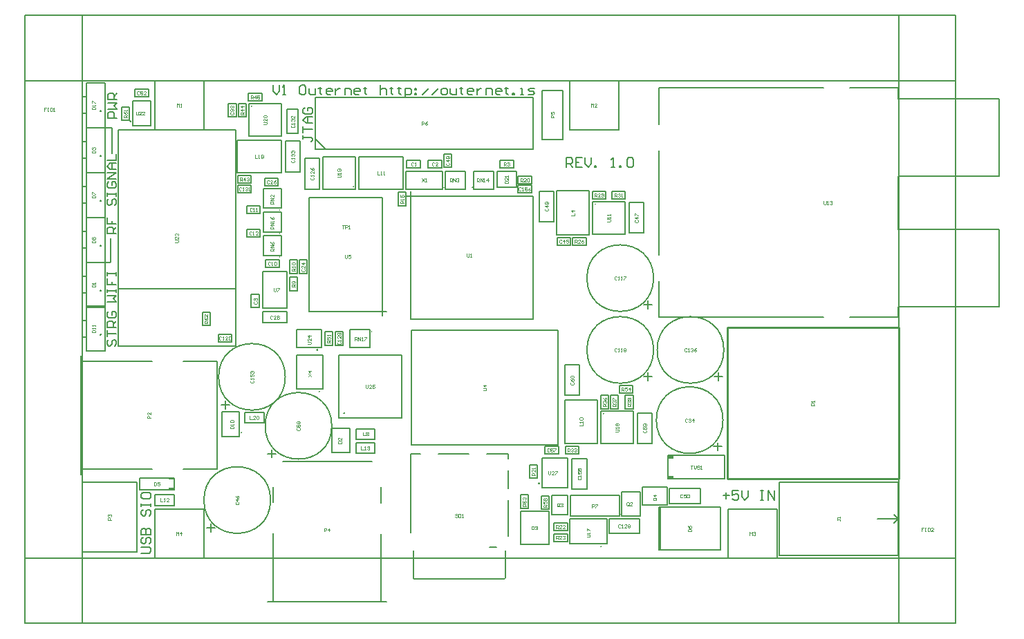
<source format=gto>
G04 Layer_Color=61183*
%FSLAX25Y25*%
%MOIN*%
G70*
G01*
G75*
%ADD66C,0.00400*%
%ADD67C,0.01000*%
%ADD71C,0.00800*%
%ADD115C,0.00500*%
%ADD218R,0.02756X0.00787*%
%ADD219R,0.02756X0.01673*%
%ADD220R,0.02854X0.01476*%
D66*
X-192156Y108891D02*
X-190557D01*
Y109691D01*
X-190823Y109958D01*
X-191890D01*
X-192156Y109691D01*
Y108891D01*
X-190557Y110491D02*
Y111024D01*
Y110757D01*
X-192156D01*
X-191890Y110491D01*
X-190557Y111824D02*
Y112357D01*
Y112090D01*
X-192156D01*
X-191890Y111824D01*
X-151357Y10991D02*
Y12591D01*
X-150823Y12058D01*
X-150290Y12591D01*
Y10991D01*
X-148958D02*
Y12591D01*
X-149757Y11791D01*
X-148691D01*
X125043Y10991D02*
Y12591D01*
X125576Y12058D01*
X126110Y12591D01*
Y10991D01*
X126643Y12324D02*
X126909Y12591D01*
X127443D01*
X127709Y12324D01*
Y12058D01*
X127443Y11791D01*
X127176D01*
X127443D01*
X127709Y11524D01*
Y11258D01*
X127443Y10991D01*
X126909D01*
X126643Y11258D01*
X48643Y217691D02*
Y219291D01*
X49176Y218758D01*
X49710Y219291D01*
Y217691D01*
X51309D02*
X50243D01*
X51309Y218758D01*
Y219024D01*
X51042Y219291D01*
X50509D01*
X50243Y219024D01*
X-151057Y217691D02*
Y219291D01*
X-150523Y218758D01*
X-149990Y219291D01*
Y217691D01*
X-149457D02*
X-148924D01*
X-149191D01*
Y219291D01*
X-149457Y219024D01*
X-62257Y53991D02*
Y52391D01*
X-61190D01*
X-60657D02*
X-60124D01*
X-60391D01*
Y53991D01*
X-60657Y53724D01*
X-59324Y52658D02*
X-59058Y52391D01*
X-58525D01*
X-58258Y52658D01*
Y53724D01*
X-58525Y53991D01*
X-59058D01*
X-59324Y53724D01*
Y53458D01*
X-59058Y53191D01*
X-58258D01*
X167144Y18858D02*
Y18325D01*
Y18591D01*
X168477D01*
X168743Y18325D01*
Y18058D01*
X168477Y17791D01*
X168743Y19391D02*
Y19924D01*
Y19657D01*
X167144D01*
X167410Y19391D01*
X-15890Y21024D02*
X-16157Y21291D01*
X-16690D01*
X-16957Y21024D01*
Y20758D01*
X-16690Y20491D01*
X-16157D01*
X-15890Y20224D01*
Y19958D01*
X-16157Y19691D01*
X-16690D01*
X-16957Y19958D01*
X-15357Y21291D02*
Y19691D01*
X-14558D01*
X-14291Y19958D01*
Y21024D01*
X-14558Y21291D01*
X-15357D01*
X-13758Y19691D02*
X-13225D01*
X-13491D01*
Y21291D01*
X-13758Y21024D01*
X208910Y14591D02*
X207843D01*
Y13791D01*
X208377D01*
X207843D01*
Y12991D01*
X209443Y14591D02*
X209976D01*
X209709D01*
Y12991D01*
X209443D01*
X209976D01*
X210776Y14591D02*
Y12991D01*
X211575D01*
X211842Y13258D01*
Y14324D01*
X211575Y14591D01*
X210776D01*
X213441Y12991D02*
X212375D01*
X213441Y14058D01*
Y14324D01*
X213175Y14591D01*
X212642D01*
X212375Y14324D01*
X160743Y172291D02*
Y170958D01*
X161010Y170691D01*
X161543D01*
X161810Y170958D01*
Y172291D01*
X162343Y170691D02*
X162876D01*
X162609D01*
Y172291D01*
X162343Y172024D01*
X163676D02*
X163942Y172291D01*
X164475D01*
X164742Y172024D01*
Y171758D01*
X164475Y171491D01*
X164209D01*
X164475D01*
X164742Y171224D01*
Y170958D01*
X164475Y170691D01*
X163942D01*
X163676Y170958D01*
X-182857Y18391D02*
X-184456D01*
Y19191D01*
X-184190Y19458D01*
X-183656D01*
X-183390Y19191D01*
Y18391D01*
X-184190Y19991D02*
X-184456Y20257D01*
Y20791D01*
X-184190Y21057D01*
X-183923D01*
X-183656Y20791D01*
Y20524D01*
Y20791D01*
X-183390Y21057D01*
X-183123D01*
X-182857Y20791D01*
Y20257D01*
X-183123Y19991D01*
X-163857Y67591D02*
X-165456D01*
Y68391D01*
X-165190Y68658D01*
X-164656D01*
X-164390Y68391D01*
Y67591D01*
X-163857Y70257D02*
Y69191D01*
X-164923Y70257D01*
X-165190D01*
X-165456Y69991D01*
Y69457D01*
X-165190Y69191D01*
X156343Y73691D02*
X154744D01*
Y74491D01*
X155010Y74758D01*
X155544D01*
X155810Y74491D01*
Y73691D01*
X156343Y75291D02*
Y75824D01*
Y75557D01*
X154744D01*
X155010Y75291D01*
X-151956Y152391D02*
X-150623D01*
X-150357Y152658D01*
Y153191D01*
X-150623Y153458D01*
X-151956D01*
X-150357Y155057D02*
Y153991D01*
X-151423Y155057D01*
X-151690D01*
X-151956Y154791D01*
Y154257D01*
X-151690Y153991D01*
Y155590D02*
X-151956Y155857D01*
Y156390D01*
X-151690Y156657D01*
X-151423D01*
X-151156Y156390D01*
Y156123D01*
Y156390D01*
X-150890Y156657D01*
X-150623D01*
X-150357Y156390D01*
Y155857D01*
X-150623Y155590D01*
X-192156Y130791D02*
X-190557D01*
Y131591D01*
X-190823Y131858D01*
X-191890D01*
X-192156Y131591D01*
Y130791D01*
X-190557Y132391D02*
Y132924D01*
Y132657D01*
X-192156D01*
X-191890Y132391D01*
X-192156Y152191D02*
X-190557D01*
Y152991D01*
X-190823Y153258D01*
X-191890D01*
X-192156Y152991D01*
Y152191D01*
X-191890Y153791D02*
X-192156Y154057D01*
Y154591D01*
X-191890Y154857D01*
X-191623D01*
X-191356Y154591D01*
X-191090Y154857D01*
X-190823D01*
X-190557Y154591D01*
Y154057D01*
X-190823Y153791D01*
X-191090D01*
X-191356Y154057D01*
X-191623Y153791D01*
X-191890D01*
X-191356Y154057D02*
Y154591D01*
X-192156Y173891D02*
X-190557D01*
Y174691D01*
X-190823Y174958D01*
X-191890D01*
X-192156Y174691D01*
Y173891D01*
Y175491D02*
Y176557D01*
X-191890D01*
X-190823Y175491D01*
X-190557D01*
X-192156Y195491D02*
X-190557D01*
Y196291D01*
X-190823Y196558D01*
X-191890D01*
X-192156Y196291D01*
Y195491D01*
X-191890Y197091D02*
X-192156Y197357D01*
Y197891D01*
X-191890Y198157D01*
X-191623D01*
X-191356Y197891D01*
Y197624D01*
Y197891D01*
X-191090Y198157D01*
X-190823D01*
X-190557Y197891D01*
Y197357D01*
X-190823Y197091D01*
X-192156Y216491D02*
X-190557D01*
Y217291D01*
X-190823Y217558D01*
X-191890D01*
X-192156Y217291D01*
Y216491D01*
X-190557Y218091D02*
Y218624D01*
Y218357D01*
X-192156D01*
X-191890Y218091D01*
X-192156Y219424D02*
Y220490D01*
X-191890D01*
X-190823Y219424D01*
X-190557D01*
X-214090Y217291D02*
X-215157D01*
Y216491D01*
X-214623D01*
X-215157D01*
Y215691D01*
X-213557Y217291D02*
X-213024D01*
X-213291D01*
Y215691D01*
X-213557D01*
X-213024D01*
X-212224Y217291D02*
Y215691D01*
X-211425D01*
X-211158Y215958D01*
Y217024D01*
X-211425Y217291D01*
X-212224D01*
X-210625Y215691D02*
X-210092D01*
X-210358D01*
Y217291D01*
X-210625Y217024D01*
X-80057Y12791D02*
Y14391D01*
X-79257D01*
X-78990Y14124D01*
Y13591D01*
X-79257Y13325D01*
X-80057D01*
X-77658Y12791D02*
Y14391D01*
X-78457Y13591D01*
X-77391D01*
X-36990Y190724D02*
X-37257Y190991D01*
X-37790D01*
X-38057Y190724D01*
Y189658D01*
X-37790Y189391D01*
X-37257D01*
X-36990Y189658D01*
X-36457Y189391D02*
X-35924D01*
X-36191D01*
Y190991D01*
X-36457Y190724D01*
X-26990D02*
X-27257Y190991D01*
X-27790D01*
X-28057Y190724D01*
Y189658D01*
X-27790Y189391D01*
X-27257D01*
X-26990Y189658D01*
X-25391Y189391D02*
X-26457D01*
X-25391Y190458D01*
Y190724D01*
X-25657Y190991D01*
X-26191D01*
X-26457Y190724D01*
X-113890Y123758D02*
X-114156Y123491D01*
Y122958D01*
X-113890Y122691D01*
X-112823D01*
X-112557Y122958D01*
Y123491D01*
X-112823Y123758D01*
Y124291D02*
X-112557Y124557D01*
Y125091D01*
X-112823Y125357D01*
X-113890D01*
X-114156Y125091D01*
Y124557D01*
X-113890Y124291D01*
X-113623D01*
X-113356Y124557D01*
Y125357D01*
X-106090Y142624D02*
X-106357Y142891D01*
X-106890D01*
X-107157Y142624D01*
Y141558D01*
X-106890Y141291D01*
X-106357D01*
X-106090Y141558D01*
X-105557Y141291D02*
X-105024D01*
X-105291D01*
Y142891D01*
X-105557Y142624D01*
X-104224D02*
X-103958Y142891D01*
X-103425D01*
X-103158Y142624D01*
Y141558D01*
X-103425Y141291D01*
X-103958D01*
X-104224Y141558D01*
Y142624D01*
X-114790Y168624D02*
X-115057Y168891D01*
X-115590D01*
X-115857Y168624D01*
Y167558D01*
X-115590Y167291D01*
X-115057D01*
X-114790Y167558D01*
X-114257Y167291D02*
X-113724D01*
X-113991D01*
Y168891D01*
X-114257Y168624D01*
X-112924Y167291D02*
X-112391D01*
X-112658D01*
Y168891D01*
X-112924Y168624D01*
X-115090Y157224D02*
X-115357Y157491D01*
X-115890D01*
X-116157Y157224D01*
Y156158D01*
X-115890Y155891D01*
X-115357D01*
X-115090Y156158D01*
X-114557Y155891D02*
X-114024D01*
X-114291D01*
Y157491D01*
X-114557Y157224D01*
X-112158Y155891D02*
X-113224D01*
X-112158Y156958D01*
Y157224D01*
X-112425Y157491D01*
X-112958D01*
X-113224Y157224D01*
X-90690Y139458D02*
X-90956Y139191D01*
Y138658D01*
X-90690Y138391D01*
X-89623D01*
X-89357Y138658D01*
Y139191D01*
X-89623Y139458D01*
X-89357Y141057D02*
Y139991D01*
X-90423Y141057D01*
X-90690D01*
X-90956Y140791D01*
Y140257D01*
X-90690Y139991D01*
X-89357Y142390D02*
X-90956D01*
X-90156Y141590D01*
Y142657D01*
X-106590Y182024D02*
X-106857Y182291D01*
X-107390D01*
X-107657Y182024D01*
Y180958D01*
X-107390Y180691D01*
X-106857D01*
X-106590Y180958D01*
X-104991Y180691D02*
X-106057D01*
X-104991Y181758D01*
Y182024D01*
X-105257Y182291D01*
X-105791D01*
X-106057Y182024D01*
X-103391Y182291D02*
X-103925Y182024D01*
X-104458Y181491D01*
Y180958D01*
X-104191Y180691D01*
X-103658D01*
X-103391Y180958D01*
Y181225D01*
X-103658Y181491D01*
X-104458D01*
X-104990Y116724D02*
X-105257Y116991D01*
X-105790D01*
X-106057Y116724D01*
Y115658D01*
X-105790Y115391D01*
X-105257D01*
X-104990Y115658D01*
X-103391Y115391D02*
X-104457D01*
X-103391Y116458D01*
Y116724D01*
X-103657Y116991D01*
X-104191D01*
X-104457Y116724D01*
X-102858D02*
X-102591Y116991D01*
X-102058D01*
X-101791Y116724D01*
Y116458D01*
X-102058Y116191D01*
X-101791Y115925D01*
Y115658D01*
X-102058Y115391D01*
X-102591D01*
X-102858Y115658D01*
Y115925D01*
X-102591Y116191D01*
X-102858Y116458D01*
Y116724D01*
X-102591Y116191D02*
X-102058D01*
X95010Y67024D02*
X94743Y67291D01*
X94210D01*
X93943Y67024D01*
Y65958D01*
X94210Y65691D01*
X94743D01*
X95010Y65958D01*
X95543Y67024D02*
X95809Y67291D01*
X96342D01*
X96609Y67024D01*
Y66758D01*
X96342Y66491D01*
X96076D01*
X96342D01*
X96609Y66224D01*
Y65958D01*
X96342Y65691D01*
X95809D01*
X95543Y65958D01*
X97942Y65691D02*
Y67291D01*
X97142Y66491D01*
X98209D01*
X34410Y153324D02*
X34143Y153591D01*
X33610D01*
X33343Y153324D01*
Y152258D01*
X33610Y151991D01*
X34143D01*
X34410Y152258D01*
X35743Y151991D02*
Y153591D01*
X34943Y152791D01*
X36009D01*
X37609Y153591D02*
X36542D01*
Y152791D01*
X37075Y153058D01*
X37342D01*
X37609Y152791D01*
Y152258D01*
X37342Y151991D01*
X36809D01*
X36542Y152258D01*
X-122590Y26858D02*
X-122856Y26591D01*
Y26058D01*
X-122590Y25791D01*
X-121523D01*
X-121257Y26058D01*
Y26591D01*
X-121523Y26858D01*
X-121257Y28191D02*
X-122856D01*
X-122056Y27391D01*
Y28457D01*
X-122856Y30057D02*
X-122590Y29524D01*
X-122056Y28990D01*
X-121523D01*
X-121257Y29257D01*
Y29790D01*
X-121523Y30057D01*
X-121790D01*
X-122056Y29790D01*
Y28990D01*
X69910Y163058D02*
X69644Y162791D01*
Y162258D01*
X69910Y161991D01*
X70977D01*
X71243Y162258D01*
Y162791D01*
X70977Y163058D01*
X71243Y164391D02*
X69644D01*
X70444Y163591D01*
Y164657D01*
X69644Y165190D02*
Y166257D01*
X69910D01*
X70977Y165190D01*
X71243D01*
X26610Y168658D02*
X26344Y168391D01*
Y167858D01*
X26610Y167591D01*
X27677D01*
X27943Y167858D01*
Y168391D01*
X27677Y168658D01*
X27943Y169991D02*
X26344D01*
X27144Y169191D01*
Y170257D01*
X26610Y170790D02*
X26344Y171057D01*
Y171590D01*
X26610Y171857D01*
X26877D01*
X27144Y171590D01*
X27410Y171857D01*
X27677D01*
X27943Y171590D01*
Y171057D01*
X27677Y170790D01*
X27410D01*
X27144Y171057D01*
X26877Y170790D01*
X26610D01*
X27144Y171057D02*
Y171590D01*
X28510Y52524D02*
X28243Y52791D01*
X27710D01*
X27443Y52524D01*
Y51458D01*
X27710Y51191D01*
X28243D01*
X28510Y51458D01*
X30109Y52791D02*
X29043D01*
Y51991D01*
X29576Y52258D01*
X29842D01*
X30109Y51991D01*
Y51458D01*
X29842Y51191D01*
X29309D01*
X29043Y51458D01*
X30642Y52791D02*
X31709D01*
Y52524D01*
X30642Y51458D01*
Y51191D01*
X-93090Y62758D02*
X-93356Y62491D01*
Y61958D01*
X-93090Y61691D01*
X-92023D01*
X-91757Y61958D01*
Y62491D01*
X-92023Y62758D01*
X-93356Y64357D02*
Y63291D01*
X-92556D01*
X-92823Y63824D01*
Y64091D01*
X-92556Y64357D01*
X-92023D01*
X-91757Y64091D01*
Y63557D01*
X-92023Y63291D01*
X-93090Y64890D02*
X-93356Y65157D01*
Y65690D01*
X-93090Y65957D01*
X-92823D01*
X-92556Y65690D01*
X-92290Y65957D01*
X-92023D01*
X-91757Y65690D01*
Y65157D01*
X-92023Y64890D01*
X-92290D01*
X-92556Y65157D01*
X-92823Y64890D01*
X-93090D01*
X-92556Y65157D02*
Y65690D01*
X73910Y61558D02*
X73644Y61291D01*
Y60758D01*
X73910Y60491D01*
X74977D01*
X75243Y60758D01*
Y61291D01*
X74977Y61558D01*
X73644Y63157D02*
Y62091D01*
X74444D01*
X74177Y62624D01*
Y62891D01*
X74444Y63157D01*
X74977D01*
X75243Y62891D01*
Y62357D01*
X74977Y62091D01*
Y63690D02*
X75243Y63957D01*
Y64490D01*
X74977Y64757D01*
X73910D01*
X73644Y64490D01*
Y63957D01*
X73910Y63690D01*
X74177D01*
X74444Y63957D01*
Y64757D01*
X38810Y84758D02*
X38544Y84491D01*
Y83958D01*
X38810Y83691D01*
X39877D01*
X40143Y83958D01*
Y84491D01*
X39877Y84758D01*
X38544Y86357D02*
X38810Y85824D01*
X39344Y85291D01*
X39877D01*
X40143Y85557D01*
Y86091D01*
X39877Y86357D01*
X39610D01*
X39344Y86091D01*
Y85291D01*
X38810Y86890D02*
X38544Y87157D01*
Y87690D01*
X38810Y87957D01*
X39877D01*
X40143Y87690D01*
Y87157D01*
X39877Y86890D01*
X38810D01*
X-124990Y215058D02*
X-125256Y214791D01*
Y214258D01*
X-124990Y213991D01*
X-123923D01*
X-123657Y214258D01*
Y214791D01*
X-123923Y215058D01*
Y215591D02*
X-123657Y215857D01*
Y216391D01*
X-123923Y216657D01*
X-124990D01*
X-125256Y216391D01*
Y215857D01*
X-124990Y215591D01*
X-124723D01*
X-124456Y215857D01*
Y216657D01*
X-124990Y217190D02*
X-125256Y217457D01*
Y217990D01*
X-124990Y218257D01*
X-124723D01*
X-124456Y217990D01*
X-124190Y218257D01*
X-123923D01*
X-123657Y217990D01*
Y217457D01*
X-123923Y217190D01*
X-124190D01*
X-124456Y217457D01*
X-124723Y217190D01*
X-124990D01*
X-124456Y217457D02*
Y217990D01*
X61010Y135524D02*
X60743Y135791D01*
X60210D01*
X59943Y135524D01*
Y134458D01*
X60210Y134191D01*
X60743D01*
X61010Y134458D01*
X61543Y134191D02*
X62076D01*
X61809D01*
Y135791D01*
X61543Y135524D01*
X62876Y134191D02*
X63409D01*
X63142D01*
Y135791D01*
X62876Y135524D01*
X64209Y135791D02*
X65275D01*
Y135524D01*
X64209Y134458D01*
Y134191D01*
X61010Y100924D02*
X60743Y101191D01*
X60210D01*
X59943Y100924D01*
Y99858D01*
X60210Y99591D01*
X60743D01*
X61010Y99858D01*
X61543Y99591D02*
X62076D01*
X61809D01*
Y101191D01*
X61543Y100924D01*
X62876Y99591D02*
X63409D01*
X63142D01*
Y101191D01*
X62876Y100924D01*
X64209D02*
X64475Y101191D01*
X65008D01*
X65275Y100924D01*
Y100658D01*
X65008Y100391D01*
X65275Y100125D01*
Y99858D01*
X65008Y99591D01*
X64475D01*
X64209Y99858D01*
Y100125D01*
X64475Y100391D01*
X64209Y100658D01*
Y100924D01*
X64475Y100391D02*
X65008D01*
X-129690Y106724D02*
X-129957Y106991D01*
X-130490D01*
X-130757Y106724D01*
Y105658D01*
X-130490Y105391D01*
X-129957D01*
X-129690Y105658D01*
X-129157Y105391D02*
X-128624D01*
X-128891D01*
Y106991D01*
X-129157Y106724D01*
X-126758Y105391D02*
X-127824D01*
X-126758Y106458D01*
Y106724D01*
X-127025Y106991D01*
X-127558D01*
X-127824Y106724D01*
X-126225D02*
X-125958Y106991D01*
X-125425D01*
X-125159Y106724D01*
Y105658D01*
X-125425Y105391D01*
X-125958D01*
X-126225Y105658D01*
Y106724D01*
X-86390Y183658D02*
X-86656Y183391D01*
Y182858D01*
X-86390Y182591D01*
X-85323D01*
X-85057Y182858D01*
Y183391D01*
X-85323Y183658D01*
X-85057Y184191D02*
Y184724D01*
Y184457D01*
X-86656D01*
X-86390Y184191D01*
X-85057Y186590D02*
Y185524D01*
X-86123Y186590D01*
X-86390D01*
X-86656Y186323D01*
Y185790D01*
X-86390Y185524D01*
X-86656Y188189D02*
X-86390Y187656D01*
X-85856Y187123D01*
X-85323D01*
X-85057Y187390D01*
Y187923D01*
X-85323Y188189D01*
X-85590D01*
X-85856Y187923D01*
Y187123D01*
X62810Y15924D02*
X62543Y16191D01*
X62010D01*
X61743Y15924D01*
Y14858D01*
X62010Y14591D01*
X62543D01*
X62810Y14858D01*
X63343Y14591D02*
X63876D01*
X63609D01*
Y16191D01*
X63343Y15924D01*
X65742Y14591D02*
X64676D01*
X65742Y15658D01*
Y15924D01*
X65475Y16191D01*
X64942D01*
X64676Y15924D01*
X66275D02*
X66542Y16191D01*
X67075D01*
X67342Y15924D01*
Y15658D01*
X67075Y15391D01*
X67342Y15124D01*
Y14858D01*
X67075Y14591D01*
X66542D01*
X66275Y14858D01*
Y15124D01*
X66542Y15391D01*
X66275Y15658D01*
Y15924D01*
X66542Y15391D02*
X67075D01*
X-73390Y104158D02*
X-73656Y103891D01*
Y103358D01*
X-73390Y103091D01*
X-72323D01*
X-72057Y103358D01*
Y103891D01*
X-72323Y104158D01*
X-72057Y104691D02*
Y105224D01*
Y104957D01*
X-73656D01*
X-73390Y104691D01*
X-72057Y107090D02*
Y106024D01*
X-73123Y107090D01*
X-73390D01*
X-73656Y106824D01*
Y106290D01*
X-73390Y106024D01*
X-72323Y107623D02*
X-72057Y107890D01*
Y108423D01*
X-72323Y108689D01*
X-73390D01*
X-73656Y108423D01*
Y107890D01*
X-73390Y107623D01*
X-73123D01*
X-72856Y107890D01*
Y108689D01*
X-119990Y178524D02*
X-120257Y178791D01*
X-120790D01*
X-121057Y178524D01*
Y177458D01*
X-120790Y177191D01*
X-120257D01*
X-119990Y177458D01*
X-119457Y177191D02*
X-118924D01*
X-119191D01*
Y178791D01*
X-119457Y178524D01*
X-118124D02*
X-117858Y178791D01*
X-117325D01*
X-117058Y178524D01*
Y178258D01*
X-117325Y177991D01*
X-117591D01*
X-117325D01*
X-117058Y177725D01*
Y177458D01*
X-117325Y177191D01*
X-117858D01*
X-118124Y177458D01*
X-116525Y177191D02*
X-115992D01*
X-116258D01*
Y178791D01*
X-116525Y178524D01*
X-95790Y208858D02*
X-96056Y208591D01*
Y208058D01*
X-95790Y207791D01*
X-94723D01*
X-94457Y208058D01*
Y208591D01*
X-94723Y208858D01*
X-94457Y209391D02*
Y209924D01*
Y209657D01*
X-96056D01*
X-95790Y209391D01*
Y210724D02*
X-96056Y210990D01*
Y211524D01*
X-95790Y211790D01*
X-95523D01*
X-95256Y211524D01*
Y211257D01*
Y211524D01*
X-94990Y211790D01*
X-94723D01*
X-94457Y211524D01*
Y210990D01*
X-94723Y210724D01*
X-94457Y213389D02*
Y212323D01*
X-95523Y213389D01*
X-95790D01*
X-96056Y213123D01*
Y212590D01*
X-95790Y212323D01*
Y191958D02*
X-96056Y191691D01*
Y191158D01*
X-95790Y190891D01*
X-94723D01*
X-94457Y191158D01*
Y191691D01*
X-94723Y191958D01*
X-94457Y192491D02*
Y193024D01*
Y192757D01*
X-96056D01*
X-95790Y192491D01*
Y193824D02*
X-96056Y194090D01*
Y194623D01*
X-95790Y194890D01*
X-95523D01*
X-95256Y194623D01*
Y194357D01*
Y194623D01*
X-94990Y194890D01*
X-94723D01*
X-94457Y194623D01*
Y194090D01*
X-94723Y193824D01*
X-95790Y195423D02*
X-96056Y195690D01*
Y196223D01*
X-95790Y196490D01*
X-95523D01*
X-95256Y196223D01*
Y195956D01*
Y196223D01*
X-94990Y196490D01*
X-94723D01*
X-94457Y196223D01*
Y195690D01*
X-94723Y195423D01*
X94710Y100924D02*
X94443Y101191D01*
X93910D01*
X93643Y100924D01*
Y99858D01*
X93910Y99591D01*
X94443D01*
X94710Y99858D01*
X95243Y99591D02*
X95776D01*
X95509D01*
Y101191D01*
X95243Y100924D01*
X96576D02*
X96842Y101191D01*
X97375D01*
X97642Y100924D01*
Y100658D01*
X97375Y100391D01*
X97109D01*
X97375D01*
X97642Y100125D01*
Y99858D01*
X97375Y99591D01*
X96842D01*
X96576Y99858D01*
X99242Y101191D02*
X98708Y100924D01*
X98175Y100391D01*
Y99858D01*
X98442Y99591D01*
X98975D01*
X99242Y99858D01*
Y100125D01*
X98975Y100391D01*
X98175D01*
X-115490Y85658D02*
X-115756Y85391D01*
Y84858D01*
X-115490Y84591D01*
X-114423D01*
X-114157Y84858D01*
Y85391D01*
X-114423Y85658D01*
X-114157Y86191D02*
Y86724D01*
Y86457D01*
X-115756D01*
X-115490Y86191D01*
X-115756Y88590D02*
Y87524D01*
X-114956D01*
X-115223Y88057D01*
Y88323D01*
X-114956Y88590D01*
X-114423D01*
X-114157Y88323D01*
Y87790D01*
X-114423Y87524D01*
X-115490Y89123D02*
X-115756Y89390D01*
Y89923D01*
X-115490Y90189D01*
X-115223D01*
X-114956Y89923D01*
Y89656D01*
Y89923D01*
X-114690Y90189D01*
X-114423D01*
X-114157Y89923D01*
Y89390D01*
X-114423Y89123D01*
X92610Y30424D02*
X92343Y30691D01*
X91810D01*
X91543Y30424D01*
Y29358D01*
X91810Y29091D01*
X92343D01*
X92610Y29358D01*
X94209Y30691D02*
X93143D01*
Y29891D01*
X93676Y30158D01*
X93942D01*
X94209Y29891D01*
Y29358D01*
X93942Y29091D01*
X93409D01*
X93143Y29358D01*
X94742Y30424D02*
X95009Y30691D01*
X95542D01*
X95809Y30424D01*
Y29358D01*
X95542Y29091D01*
X95009D01*
X94742Y29358D01*
Y30424D01*
X42410Y38858D02*
X42144Y38591D01*
Y38058D01*
X42410Y37791D01*
X43477D01*
X43743Y38058D01*
Y38591D01*
X43477Y38858D01*
X43743Y39391D02*
Y39924D01*
Y39657D01*
X42144D01*
X42410Y39391D01*
X42144Y41790D02*
Y40724D01*
X42944D01*
X42677Y41257D01*
Y41524D01*
X42944Y41790D01*
X43477D01*
X43743Y41524D01*
Y40990D01*
X43477Y40724D01*
X42144Y43389D02*
Y42323D01*
X42944D01*
X42677Y42856D01*
Y43123D01*
X42944Y43389D01*
X43477D01*
X43743Y43123D01*
Y42590D01*
X43477Y42323D01*
X-73356Y55391D02*
X-71757D01*
Y56191D01*
X-72023Y56458D01*
X-73090D01*
X-73356Y56191D01*
Y55391D01*
X-71757Y58057D02*
Y56991D01*
X-72823Y58057D01*
X-73090D01*
X-73356Y57791D01*
Y57257D01*
X-73090Y56991D01*
X-162057Y36591D02*
Y34991D01*
X-161257D01*
X-160990Y35258D01*
Y36324D01*
X-161257Y36591D01*
X-162057D01*
X-159391D02*
X-160457D01*
Y35791D01*
X-159924Y36058D01*
X-159658D01*
X-159391Y35791D01*
Y35258D01*
X-159658Y34991D01*
X-160191D01*
X-160457Y35258D01*
X95244Y12791D02*
X96843D01*
Y13591D01*
X96577Y13858D01*
X95510D01*
X95244Y13591D01*
Y12791D01*
Y15457D02*
X95510Y14924D01*
X96044Y14391D01*
X96577D01*
X96843Y14657D01*
Y15191D01*
X96577Y15457D01*
X96310D01*
X96044Y15191D01*
Y14391D01*
X19943Y15391D02*
Y13791D01*
X20743D01*
X21010Y14058D01*
Y15124D01*
X20743Y15391D01*
X19943D01*
X21543Y14058D02*
X21809Y13791D01*
X22343D01*
X22609Y14058D01*
Y15124D01*
X22343Y15391D01*
X21809D01*
X21543Y15124D01*
Y14858D01*
X21809Y14591D01*
X22609D01*
X-125456Y62491D02*
X-123857D01*
Y63291D01*
X-124123Y63558D01*
X-125190D01*
X-125456Y63291D01*
Y62491D01*
X-123857Y64091D02*
Y64624D01*
Y64357D01*
X-125456D01*
X-125190Y64091D01*
Y65424D02*
X-125456Y65690D01*
Y66224D01*
X-125190Y66490D01*
X-124123D01*
X-123857Y66224D01*
Y65690D01*
X-124123Y65424D01*
X-125190D01*
X7044Y180791D02*
X8643D01*
Y181591D01*
X8377Y181858D01*
X7310D01*
X7044Y181591D01*
Y180791D01*
X8643Y183457D02*
Y182391D01*
X7577Y183457D01*
X7310D01*
X7044Y183191D01*
Y182657D01*
X7310Y182391D01*
X8643Y183990D02*
Y184523D01*
Y184257D01*
X7044D01*
X7310Y183990D01*
X38944Y165191D02*
X40543D01*
Y166258D01*
Y167591D02*
X38944D01*
X39744Y166791D01*
Y167857D01*
X-61557Y60691D02*
Y59091D01*
X-60490D01*
X-59957Y60424D02*
X-59691Y60691D01*
X-59158D01*
X-58891Y60424D01*
Y60158D01*
X-59158Y59891D01*
X-58891Y59624D01*
Y59358D01*
X-59158Y59091D01*
X-59691D01*
X-59957Y59358D01*
Y59624D01*
X-59691Y59891D01*
X-59957Y60158D01*
Y60424D01*
X-59691Y59891D02*
X-59158D01*
X42944Y63791D02*
X44543D01*
Y64858D01*
Y65391D02*
Y65924D01*
Y65657D01*
X42944D01*
X43210Y65391D01*
Y66724D02*
X42944Y66990D01*
Y67523D01*
X43210Y67790D01*
X44277D01*
X44543Y67523D01*
Y66990D01*
X44277Y66724D01*
X43210D01*
X-54457Y186591D02*
Y184991D01*
X-53390D01*
X-52857D02*
X-52324D01*
X-52591D01*
Y186591D01*
X-52857Y186324D01*
X-51524Y184991D02*
X-50991D01*
X-51258D01*
Y186591D01*
X-51524Y186324D01*
X-159057Y28791D02*
Y27191D01*
X-157990D01*
X-157457D02*
X-156924D01*
X-157191D01*
Y28791D01*
X-157457Y28524D01*
X-155058Y27191D02*
X-156124D01*
X-155058Y28258D01*
Y28524D01*
X-155325Y28791D01*
X-155858D01*
X-156124Y28524D01*
X-113457Y194491D02*
Y192891D01*
X-112390D01*
X-111857D02*
X-111324D01*
X-111591D01*
Y194491D01*
X-111857Y194224D01*
X-110524D02*
X-110258Y194491D01*
X-109725D01*
X-109458Y194224D01*
Y193958D01*
X-109725Y193691D01*
X-109458Y193424D01*
Y193158D01*
X-109725Y192891D01*
X-110258D01*
X-110524Y193158D01*
Y193424D01*
X-110258Y193691D01*
X-110524Y193958D01*
Y194224D01*
X-110258Y193691D02*
X-109725D01*
X-115957Y68491D02*
Y66891D01*
X-114890D01*
X-113291D02*
X-114357D01*
X-113291Y67958D01*
Y68224D01*
X-113558Y68491D01*
X-114091D01*
X-114357Y68224D01*
X-112758D02*
X-112491Y68491D01*
X-111958D01*
X-111691Y68224D01*
Y67158D01*
X-111958Y66891D01*
X-112491D01*
X-112758Y67158D01*
Y68224D01*
X30743Y212491D02*
X29144D01*
Y213291D01*
X29410Y213558D01*
X29944D01*
X30210Y213291D01*
Y212491D01*
X29144Y215157D02*
Y214091D01*
X29944D01*
X29677Y214624D01*
Y214891D01*
X29944Y215157D01*
X30477D01*
X30743Y214891D01*
Y214357D01*
X30477Y214091D01*
X-33057Y208891D02*
Y210491D01*
X-32257D01*
X-31990Y210224D01*
Y209691D01*
X-32257Y209424D01*
X-33057D01*
X-30391Y210491D02*
X-30924Y210224D01*
X-31457Y209691D01*
Y209158D01*
X-31191Y208891D01*
X-30658D01*
X-30391Y209158D01*
Y209424D01*
X-30658Y209691D01*
X-31457D01*
X49043Y24391D02*
Y25991D01*
X49843D01*
X50110Y25724D01*
Y25191D01*
X49843Y24925D01*
X49043D01*
X50643Y25991D02*
X51709D01*
Y25724D01*
X50643Y24658D01*
Y24391D01*
X66810Y25458D02*
Y26524D01*
X66543Y26791D01*
X66010D01*
X65743Y26524D01*
Y25458D01*
X66010Y25191D01*
X66543D01*
X66277Y25725D02*
X66810Y25191D01*
X66543D02*
X66810Y25458D01*
X68409Y25191D02*
X67343D01*
X68409Y26258D01*
Y26524D01*
X68142Y26791D01*
X67609D01*
X67343Y26524D01*
X33210Y25058D02*
Y26124D01*
X32943Y26391D01*
X32410D01*
X32143Y26124D01*
Y25058D01*
X32410Y24791D01*
X32943D01*
X32677Y25324D02*
X33210Y24791D01*
X32943D02*
X33210Y25058D01*
X33743Y26124D02*
X34009Y26391D01*
X34543D01*
X34809Y26124D01*
Y25858D01*
X34543Y25591D01*
X34276D01*
X34543D01*
X34809Y25324D01*
Y25058D01*
X34543Y24791D01*
X34009D01*
X33743Y25058D01*
X79777Y29058D02*
X78710D01*
X78444Y28791D01*
Y28258D01*
X78710Y27991D01*
X79777D01*
X80043Y28258D01*
Y28791D01*
X79510Y28525D02*
X80043Y29058D01*
Y28791D02*
X79777Y29058D01*
X80043Y30391D02*
X78444D01*
X79244Y29591D01*
Y30657D01*
X6543Y189391D02*
Y190991D01*
X7343D01*
X7610Y190724D01*
Y190191D01*
X7343Y189925D01*
X6543D01*
X7077D02*
X7610Y189391D01*
X8143Y190724D02*
X8409Y190991D01*
X8942D01*
X9209Y190724D01*
Y190458D01*
X8942Y190191D01*
X8676D01*
X8942D01*
X9209Y189925D01*
Y189658D01*
X8942Y189391D01*
X8409D01*
X8143Y189658D01*
X-94057Y130991D02*
X-95656D01*
Y131791D01*
X-95390Y132058D01*
X-94856D01*
X-94590Y131791D01*
Y130991D01*
Y131525D02*
X-94057Y132058D01*
X-94323Y132591D02*
X-94057Y132857D01*
Y133391D01*
X-94323Y133657D01*
X-95390D01*
X-95656Y133391D01*
Y132857D01*
X-95390Y132591D01*
X-95123D01*
X-94856Y132857D01*
Y133657D01*
X-94057Y138591D02*
X-95656D01*
Y139391D01*
X-95390Y139658D01*
X-94856D01*
X-94590Y139391D01*
Y138591D01*
Y139125D02*
X-94057Y139658D01*
Y140191D02*
Y140724D01*
Y140457D01*
X-95656D01*
X-95390Y140191D01*
Y141524D02*
X-95656Y141790D01*
Y142324D01*
X-95390Y142590D01*
X-94323D01*
X-94057Y142324D01*
Y141790D01*
X-94323Y141524D01*
X-95390D01*
X-41757Y171191D02*
X-43356D01*
Y171991D01*
X-43090Y172258D01*
X-42556D01*
X-42290Y171991D01*
Y171191D01*
Y171724D02*
X-41757Y172258D01*
Y172791D02*
Y173324D01*
Y173057D01*
X-43356D01*
X-43090Y172791D01*
X-43356Y175190D02*
Y174124D01*
X-42556D01*
X-42823Y174657D01*
Y174924D01*
X-42556Y175190D01*
X-42023D01*
X-41757Y174924D01*
Y174390D01*
X-42023Y174124D01*
X14443Y181491D02*
Y183091D01*
X15243D01*
X15510Y182824D01*
Y182291D01*
X15243Y182025D01*
X14443D01*
X14976D02*
X15510Y181491D01*
X17109D02*
X16043D01*
X17109Y182558D01*
Y182824D01*
X16842Y183091D01*
X16309D01*
X16043Y182824D01*
X17642D02*
X17909Y183091D01*
X18442D01*
X18709Y182824D01*
Y181758D01*
X18442Y181491D01*
X17909D01*
X17642Y181758D01*
Y182824D01*
X21643Y39891D02*
X20044D01*
Y40691D01*
X20310Y40958D01*
X20844D01*
X21110Y40691D01*
Y39891D01*
Y40424D02*
X21643Y40958D01*
Y42557D02*
Y41491D01*
X20577Y42557D01*
X20310D01*
X20044Y42291D01*
Y41757D01*
X20310Y41491D01*
X21643Y43090D02*
Y43624D01*
Y43357D01*
X20044D01*
X20310Y43090D01*
X31743Y14191D02*
Y15791D01*
X32543D01*
X32810Y15524D01*
Y14991D01*
X32543Y14725D01*
X31743D01*
X32276D02*
X32810Y14191D01*
X34409D02*
X33343D01*
X34409Y15258D01*
Y15524D01*
X34143Y15791D01*
X33609D01*
X33343Y15524D01*
X36009Y14191D02*
X34942D01*
X36009Y15258D01*
Y15524D01*
X35742Y15791D01*
X35209D01*
X34942Y15524D01*
X31743Y9091D02*
Y10691D01*
X32543D01*
X32810Y10424D01*
Y9891D01*
X32543Y9624D01*
X31743D01*
X32276D02*
X32810Y9091D01*
X34409D02*
X33343D01*
X34409Y10158D01*
Y10424D01*
X34143Y10691D01*
X33609D01*
X33343Y10424D01*
X34942D02*
X35209Y10691D01*
X35742D01*
X36009Y10424D01*
Y10158D01*
X35742Y9891D01*
X35475D01*
X35742D01*
X36009Y9624D01*
Y9358D01*
X35742Y9091D01*
X35209D01*
X34942Y9358D01*
X40743Y151991D02*
Y153591D01*
X41543D01*
X41810Y153324D01*
Y152791D01*
X41543Y152524D01*
X40743D01*
X41276D02*
X41810Y151991D01*
X43409D02*
X42343D01*
X43409Y153058D01*
Y153324D01*
X43143Y153591D01*
X42609D01*
X42343Y153324D01*
X45009Y153591D02*
X44475Y153324D01*
X43942Y152791D01*
Y152258D01*
X44209Y151991D01*
X44742D01*
X45009Y152258D01*
Y152524D01*
X44742Y152791D01*
X43942D01*
X50243Y174391D02*
Y175991D01*
X51043D01*
X51310Y175724D01*
Y175191D01*
X51043Y174925D01*
X50243D01*
X50776D02*
X51310Y174391D01*
X52909D02*
X51843D01*
X52909Y175458D01*
Y175724D01*
X52643Y175991D01*
X52109D01*
X51843Y175724D01*
X53442Y174658D02*
X53709Y174391D01*
X54242D01*
X54509Y174658D01*
Y175724D01*
X54242Y175991D01*
X53709D01*
X53442Y175724D01*
Y175458D01*
X53709Y175191D01*
X54509D01*
X59943Y174391D02*
Y175991D01*
X60743D01*
X61010Y175724D01*
Y175191D01*
X60743Y174925D01*
X59943D01*
X60476D02*
X61010Y174391D01*
X61543Y175724D02*
X61809Y175991D01*
X62343D01*
X62609Y175724D01*
Y175458D01*
X62343Y175191D01*
X62076D01*
X62343D01*
X62609Y174925D01*
Y174658D01*
X62343Y174391D01*
X61809D01*
X61543Y174658D01*
X63142Y174391D02*
X63675D01*
X63409D01*
Y175991D01*
X63142Y175724D01*
X37243Y51191D02*
Y52791D01*
X38043D01*
X38310Y52524D01*
Y51991D01*
X38043Y51724D01*
X37243D01*
X37776D02*
X38310Y51191D01*
X38843Y52524D02*
X39109Y52791D01*
X39643D01*
X39909Y52524D01*
Y52258D01*
X39643Y51991D01*
X39376D01*
X39643D01*
X39909Y51724D01*
Y51458D01*
X39643Y51191D01*
X39109D01*
X38843Y51458D01*
X40442Y52524D02*
X40709Y52791D01*
X41242D01*
X41509Y52524D01*
Y52258D01*
X41242Y51991D01*
X40975D01*
X41242D01*
X41509Y51724D01*
Y51458D01*
X41242Y51191D01*
X40709D01*
X40442Y51458D01*
X55943Y73091D02*
X54344D01*
Y73891D01*
X54610Y74158D01*
X55144D01*
X55410Y73891D01*
Y73091D01*
Y73624D02*
X55943Y74158D01*
X54610Y74691D02*
X54344Y74957D01*
Y75491D01*
X54610Y75757D01*
X54877D01*
X55144Y75491D01*
Y75224D01*
Y75491D01*
X55410Y75757D01*
X55677D01*
X55943Y75491D01*
Y74957D01*
X55677Y74691D01*
X54344Y77357D02*
X54610Y76824D01*
X55144Y76290D01*
X55677D01*
X55943Y76557D01*
Y77090D01*
X55677Y77357D01*
X55410D01*
X55144Y77090D01*
Y76290D01*
X60643Y73091D02*
X59044D01*
Y73891D01*
X59310Y74158D01*
X59844D01*
X60110Y73891D01*
Y73091D01*
Y73624D02*
X60643Y74158D01*
X59310Y74691D02*
X59044Y74957D01*
Y75491D01*
X59310Y75757D01*
X59577D01*
X59844Y75491D01*
Y75224D01*
Y75491D01*
X60110Y75757D01*
X60377D01*
X60643Y75491D01*
Y74957D01*
X60377Y74691D01*
X59044Y76290D02*
Y77357D01*
X59310D01*
X60377Y76290D01*
X60643D01*
X67743Y73091D02*
X66144D01*
Y73891D01*
X66410Y74158D01*
X66944D01*
X67210Y73891D01*
Y73091D01*
Y73624D02*
X67743Y74158D01*
X66410Y74691D02*
X66144Y74957D01*
Y75491D01*
X66410Y75757D01*
X66677D01*
X66944Y75491D01*
Y75224D01*
Y75491D01*
X67210Y75757D01*
X67477D01*
X67743Y75491D01*
Y74957D01*
X67477Y74691D01*
X66410Y76290D02*
X66144Y76557D01*
Y77090D01*
X66410Y77357D01*
X66677D01*
X66944Y77090D01*
X67210Y77357D01*
X67477D01*
X67743Y77090D01*
Y76557D01*
X67477Y76290D01*
X67210D01*
X66944Y76557D01*
X66677Y76290D01*
X66410D01*
X66944Y76557D02*
Y77090D01*
X-120657Y181891D02*
Y183491D01*
X-119857D01*
X-119590Y183224D01*
Y182691D01*
X-119857Y182424D01*
X-120657D01*
X-120124D02*
X-119590Y181891D01*
X-118257D02*
Y183491D01*
X-119057Y182691D01*
X-117991D01*
X-117458Y183224D02*
X-117191Y183491D01*
X-116658D01*
X-116391Y183224D01*
Y182958D01*
X-116658Y182691D01*
X-116925D01*
X-116658D01*
X-116391Y182424D01*
Y182158D01*
X-116658Y181891D01*
X-117191D01*
X-117458Y182158D01*
X-118857Y213991D02*
X-120456D01*
Y214791D01*
X-120190Y215058D01*
X-119656D01*
X-119390Y214791D01*
Y213991D01*
Y214525D02*
X-118857Y215058D01*
Y216391D02*
X-120456D01*
X-119656Y215591D01*
Y216657D01*
X-118857Y217990D02*
X-120456D01*
X-119656Y217190D01*
Y218257D01*
X-115557Y221591D02*
Y223191D01*
X-114757D01*
X-114490Y222924D01*
Y222391D01*
X-114757Y222125D01*
X-115557D01*
X-115024D02*
X-114490Y221591D01*
X-113157D02*
Y223191D01*
X-113957Y222391D01*
X-112891D01*
X-111291Y223191D02*
X-112358D01*
Y222391D01*
X-111825Y222658D01*
X-111558D01*
X-111291Y222391D01*
Y221858D01*
X-111558Y221591D01*
X-112091D01*
X-112358Y221858D01*
X17343Y24991D02*
X15744D01*
Y25791D01*
X16010Y26058D01*
X16544D01*
X16810Y25791D01*
Y24991D01*
Y25525D02*
X17343Y26058D01*
X15744Y27657D02*
Y26591D01*
X16544D01*
X16277Y27124D01*
Y27391D01*
X16544Y27657D01*
X17077D01*
X17343Y27391D01*
Y26857D01*
X17077Y26591D01*
X16010Y28190D02*
X15744Y28457D01*
Y28990D01*
X16010Y29257D01*
X16277D01*
X16544Y28990D01*
Y28723D01*
Y28990D01*
X16810Y29257D01*
X17077D01*
X17343Y28990D01*
Y28457D01*
X17077Y28190D01*
X-77157Y103991D02*
X-78756D01*
Y104791D01*
X-78490Y105058D01*
X-77956D01*
X-77690Y104791D01*
Y103991D01*
Y104525D02*
X-77157Y105058D01*
X-78756Y106657D02*
Y105591D01*
X-77956D01*
X-78223Y106124D01*
Y106391D01*
X-77956Y106657D01*
X-77423D01*
X-77157Y106391D01*
Y105857D01*
X-77423Y105591D01*
X-77157Y107190D02*
Y107723D01*
Y107457D01*
X-78756D01*
X-78490Y107190D01*
X63243Y80691D02*
Y82291D01*
X64043D01*
X64310Y82024D01*
Y81491D01*
X64043Y81225D01*
X63243D01*
X63776D02*
X64310Y80691D01*
X65909Y82291D02*
X64843D01*
Y81491D01*
X65376Y81758D01*
X65642D01*
X65909Y81491D01*
Y80958D01*
X65642Y80691D01*
X65109D01*
X64843Y80958D01*
X67242Y80691D02*
Y82291D01*
X66442Y81491D01*
X67509D01*
X27143Y24591D02*
X25544D01*
Y25391D01*
X25810Y25658D01*
X26344D01*
X26610Y25391D01*
Y24591D01*
Y25124D02*
X27143Y25658D01*
X25544Y27257D02*
Y26191D01*
X26344D01*
X26077Y26724D01*
Y26991D01*
X26344Y27257D01*
X26877D01*
X27143Y26991D01*
Y26457D01*
X26877Y26191D01*
X25810Y27790D02*
X25544Y28057D01*
Y28590D01*
X25810Y28857D01*
X26077D01*
X26344Y28590D01*
X26610Y28857D01*
X26877D01*
X27143Y28590D01*
Y28057D01*
X26877Y27790D01*
X26610D01*
X26344Y28057D01*
X26077Y27790D01*
X25810D01*
X26344Y28057D02*
Y28590D01*
X-136257Y113191D02*
X-137856D01*
Y113991D01*
X-137590Y114258D01*
X-137056D01*
X-136790Y113991D01*
Y113191D01*
Y113725D02*
X-136257Y114258D01*
X-137856Y115857D02*
X-137590Y115324D01*
X-137056Y114791D01*
X-136523D01*
X-136257Y115057D01*
Y115591D01*
X-136523Y115857D01*
X-136790D01*
X-137056Y115591D01*
Y114791D01*
X-136257Y117457D02*
Y116390D01*
X-137323Y117457D01*
X-137590D01*
X-137856Y117190D01*
Y116657D01*
X-137590Y116390D01*
X-104357Y170991D02*
X-105956D01*
Y171791D01*
X-105690Y172058D01*
X-105156D01*
X-104890Y171791D01*
Y170991D01*
Y171525D02*
X-104357Y172058D01*
Y172591D02*
X-105956D01*
X-104357Y173657D01*
X-105956D01*
X-104357Y175257D02*
Y174190D01*
X-105423Y175257D01*
X-105690D01*
X-105956Y174990D01*
Y174457D01*
X-105690Y174190D01*
X-19557Y181491D02*
Y183091D01*
X-18757D01*
X-18490Y182824D01*
Y182291D01*
X-18757Y182025D01*
X-19557D01*
X-19024D02*
X-18490Y181491D01*
X-17957D02*
Y183091D01*
X-16891Y181491D01*
Y183091D01*
X-16358Y182824D02*
X-16091Y183091D01*
X-15558D01*
X-15291Y182824D01*
Y182558D01*
X-15558Y182291D01*
X-15825D01*
X-15558D01*
X-15291Y182025D01*
Y181758D01*
X-15558Y181491D01*
X-16091D01*
X-16358Y181758D01*
X-104357Y148191D02*
X-105956D01*
Y148991D01*
X-105690Y149258D01*
X-105156D01*
X-104890Y148991D01*
Y148191D01*
Y148724D02*
X-104357Y149258D01*
Y149791D02*
X-105956D01*
X-104357Y150857D01*
X-105956D01*
Y152457D02*
X-105690Y151924D01*
X-105156Y151390D01*
X-104623D01*
X-104357Y151657D01*
Y152190D01*
X-104623Y152457D01*
X-104890D01*
X-105156Y152190D01*
Y151390D01*
X-6457Y181491D02*
Y183091D01*
X-5657D01*
X-5390Y182824D01*
Y182291D01*
X-5657Y182025D01*
X-6457D01*
X-5923D02*
X-5390Y181491D01*
X-4857D02*
Y183091D01*
X-3791Y181491D01*
Y183091D01*
X-3258Y181491D02*
X-2725D01*
X-2991D01*
Y183091D01*
X-3258Y182824D01*
X-1125Y181491D02*
Y183091D01*
X-1925Y182291D01*
X-859D01*
X-104357Y158891D02*
X-105956D01*
Y159691D01*
X-105690Y159958D01*
X-105156D01*
X-104890Y159691D01*
Y158891D01*
Y159424D02*
X-104357Y159958D01*
Y160491D02*
X-105956D01*
X-104357Y161557D01*
X-105956D01*
X-104357Y162090D02*
Y162624D01*
Y162357D01*
X-105956D01*
X-105690Y162090D01*
X-105956Y164489D02*
X-105690Y163956D01*
X-105156Y163423D01*
X-104623D01*
X-104357Y163690D01*
Y164223D01*
X-104623Y164489D01*
X-104890D01*
X-105156Y164223D01*
Y163423D01*
X-65257Y104991D02*
Y106591D01*
X-64457D01*
X-64190Y106324D01*
Y105791D01*
X-64457Y105525D01*
X-65257D01*
X-64723D02*
X-64190Y104991D01*
X-63657D02*
Y106591D01*
X-62591Y104991D01*
Y106591D01*
X-62058Y104991D02*
X-61525D01*
X-61791D01*
Y106591D01*
X-62058Y106324D01*
X-60725Y106591D02*
X-59658D01*
Y106324D01*
X-60725Y105258D01*
Y104991D01*
X-71557Y160591D02*
X-70490D01*
X-71023D01*
Y158991D01*
X-69957D02*
Y160591D01*
X-69157D01*
X-68891Y160324D01*
Y159791D01*
X-69157Y159525D01*
X-69957D01*
X-68358Y158991D02*
X-67825D01*
X-68091D01*
Y160591D01*
X-68358Y160324D01*
X96543Y44591D02*
X97610D01*
X97076D01*
Y42991D01*
X98143Y44591D02*
Y43525D01*
X98676Y42991D01*
X99209Y43525D01*
Y44591D01*
X100809Y44324D02*
X100542Y44591D01*
X100009D01*
X99742Y44324D01*
Y44058D01*
X100009Y43791D01*
X100542D01*
X100809Y43525D01*
Y43258D01*
X100542Y42991D01*
X100009D01*
X99742Y43258D01*
X101342Y42991D02*
X101875D01*
X101608D01*
Y44591D01*
X101342Y44324D01*
X-11357Y146891D02*
Y145558D01*
X-11090Y145291D01*
X-10557D01*
X-10290Y145558D01*
Y146891D01*
X-9757Y145291D02*
X-9224D01*
X-9491D01*
Y146891D01*
X-9757Y146624D01*
X-3556Y80991D02*
X-2223D01*
X-1957Y81258D01*
Y81791D01*
X-2223Y82058D01*
X-3556D01*
X-1957Y83391D02*
X-3556D01*
X-2756Y82591D01*
Y83657D01*
X-70057Y146291D02*
Y144958D01*
X-69790Y144691D01*
X-69257D01*
X-68990Y144958D01*
Y146291D01*
X-67391D02*
X-68457D01*
Y145491D01*
X-67924Y145758D01*
X-67658D01*
X-67391Y145491D01*
Y144958D01*
X-67658Y144691D01*
X-68191D01*
X-68457Y144958D01*
X-104457Y130291D02*
Y128958D01*
X-104190Y128691D01*
X-103657D01*
X-103390Y128958D01*
Y130291D01*
X-102857D02*
X-101791D01*
Y130024D01*
X-102857Y128958D01*
Y128691D01*
X56244Y162391D02*
X57577D01*
X57843Y162658D01*
Y163191D01*
X57577Y163458D01*
X56244D01*
X57843Y163991D02*
Y164524D01*
Y164257D01*
X56244D01*
X56510Y163991D01*
X57843Y165324D02*
Y165857D01*
Y165590D01*
X56244D01*
X56510Y165324D01*
X46444Y10191D02*
X47777D01*
X48043Y10458D01*
Y10991D01*
X47777Y11258D01*
X46444D01*
X48043Y11791D02*
Y12324D01*
Y12057D01*
X46444D01*
X46710Y11791D01*
X46444Y13124D02*
Y14190D01*
X46710D01*
X47777Y13124D01*
X48043D01*
X60244Y60991D02*
X61577D01*
X61843Y61258D01*
Y61791D01*
X61577Y62058D01*
X60244D01*
X61843Y62591D02*
Y63124D01*
Y62857D01*
X60244D01*
X60510Y62591D01*
Y63924D02*
X60244Y64190D01*
Y64723D01*
X60510Y64990D01*
X60777D01*
X61044Y64723D01*
X61310Y64990D01*
X61577D01*
X61843Y64723D01*
Y64190D01*
X61577Y63924D01*
X61310D01*
X61044Y64190D01*
X60777Y63924D01*
X60510D01*
X61044Y64190D02*
Y64723D01*
X-73656Y183791D02*
X-72323D01*
X-72057Y184058D01*
Y184591D01*
X-72323Y184858D01*
X-73656D01*
X-72057Y185391D02*
Y185924D01*
Y185657D01*
X-73656D01*
X-73390Y185391D01*
X-72323Y186724D02*
X-72057Y186990D01*
Y187523D01*
X-72323Y187790D01*
X-73390D01*
X-73656Y187523D01*
Y186990D01*
X-73390Y186724D01*
X-73123D01*
X-72856Y186990D01*
Y187790D01*
X-109456Y209291D02*
X-108123D01*
X-107857Y209558D01*
Y210091D01*
X-108123Y210358D01*
X-109456D01*
X-107857Y211957D02*
Y210891D01*
X-108923Y211957D01*
X-109190D01*
X-109456Y211691D01*
Y211157D01*
X-109190Y210891D01*
Y212490D02*
X-109456Y212757D01*
Y213290D01*
X-109190Y213557D01*
X-108123D01*
X-107857Y213290D01*
Y212757D01*
X-108123Y212490D01*
X-109190D01*
X-170857Y215391D02*
Y214058D01*
X-170590Y213791D01*
X-170057D01*
X-169790Y214058D01*
Y215391D01*
X-168191Y213791D02*
X-169257D01*
X-168191Y214858D01*
Y215124D01*
X-168457Y215391D01*
X-168991D01*
X-169257Y215124D01*
X-166591Y213791D02*
X-167658D01*
X-166591Y214858D01*
Y215124D01*
X-166858Y215391D01*
X-167391D01*
X-167658Y215124D01*
X-60057Y83491D02*
Y82158D01*
X-59790Y81891D01*
X-59257D01*
X-58990Y82158D01*
Y83491D01*
X-57391Y81891D02*
X-58457D01*
X-57391Y82958D01*
Y83224D01*
X-57657Y83491D01*
X-58191D01*
X-58457Y83224D01*
X-55791Y83491D02*
X-56858D01*
Y82691D01*
X-56325Y82958D01*
X-56058D01*
X-55791Y82691D01*
Y82158D01*
X-56058Y81891D01*
X-56591D01*
X-56858Y82158D01*
X27943Y41791D02*
Y40458D01*
X28210Y40191D01*
X28743D01*
X29010Y40458D01*
Y41791D01*
X30609Y40191D02*
X29543D01*
X30609Y41258D01*
Y41524D01*
X30343Y41791D01*
X29809D01*
X29543Y41524D01*
X31142Y41791D02*
X32209D01*
Y41524D01*
X31142Y40458D01*
Y40191D01*
X-32957Y183091D02*
X-31890Y181491D01*
Y183091D02*
X-32957Y181491D01*
X-31357D02*
X-30824D01*
X-31091D01*
Y183091D01*
X-31357Y182824D01*
X-87856Y87691D02*
X-86257Y88758D01*
X-87856D02*
X-86257Y87691D01*
Y90091D02*
X-87856D01*
X-87056Y89291D01*
Y90357D01*
X-20990Y190658D02*
X-21256Y190391D01*
Y189858D01*
X-20990Y189591D01*
X-19923D01*
X-19657Y189858D01*
Y190391D01*
X-19923Y190658D01*
X-19657Y191991D02*
X-21256D01*
X-20456Y191191D01*
Y192257D01*
X-19923Y192790D02*
X-19657Y193057D01*
Y193590D01*
X-19923Y193857D01*
X-20990D01*
X-21256Y193590D01*
Y193057D01*
X-20990Y192790D01*
X-20723D01*
X-20456Y193057D01*
Y193857D01*
X-169190Y224924D02*
X-169457Y225191D01*
X-169990D01*
X-170257Y224924D01*
Y223858D01*
X-169990Y223591D01*
X-169457D01*
X-169190Y223858D01*
X-167591Y225191D02*
X-168657D01*
Y224391D01*
X-168124Y224658D01*
X-167858D01*
X-167591Y224391D01*
Y223858D01*
X-167858Y223591D01*
X-168391D01*
X-168657Y223858D01*
X-165991Y223591D02*
X-167058D01*
X-165991Y224658D01*
Y224924D01*
X-166258Y225191D01*
X-166791D01*
X-167058Y224924D01*
X14810Y178524D02*
X14543Y178791D01*
X14010D01*
X13743Y178524D01*
Y177458D01*
X14010Y177191D01*
X14543D01*
X14810Y177458D01*
X15343Y177191D02*
X15876D01*
X15609D01*
Y178791D01*
X15343Y178524D01*
X17742Y178791D02*
X16676D01*
Y177991D01*
X17209Y178258D01*
X17475D01*
X17742Y177991D01*
Y177458D01*
X17475Y177191D01*
X16942D01*
X16676Y177458D01*
X19342Y178791D02*
X18808Y178524D01*
X18275Y177991D01*
Y177458D01*
X18542Y177191D01*
X19075D01*
X19342Y177458D01*
Y177725D01*
X19075Y177991D01*
X18275D01*
X-175157Y212591D02*
X-176756D01*
Y213391D01*
X-176490Y213658D01*
X-175956D01*
X-175690Y213391D01*
Y212591D01*
Y213124D02*
X-175157Y213658D01*
X-176756Y215257D02*
X-176490Y214724D01*
X-175956Y214191D01*
X-175423D01*
X-175157Y214457D01*
Y214991D01*
X-175423Y215257D01*
X-175690D01*
X-175956Y214991D01*
Y214191D01*
X-175157Y215790D02*
Y216323D01*
Y216057D01*
X-176756D01*
X-176490Y215790D01*
X-88156Y103191D02*
X-86823D01*
X-86557Y103458D01*
Y103991D01*
X-86823Y104258D01*
X-88156D01*
X-86557Y105857D02*
Y104791D01*
X-87623Y105857D01*
X-87890D01*
X-88156Y105591D01*
Y105057D01*
X-87890Y104791D01*
X-86557Y107190D02*
X-88156D01*
X-87356Y106390D01*
Y107457D01*
D67*
X-83465Y100492D02*
G03*
X-83503Y100496I-39J-193D01*
G01*
X-187894Y107776D02*
G03*
X-187894Y107776I-197J0D01*
G01*
X-187894Y129035D02*
G03*
X-187894Y129035I-197J0D01*
G01*
Y150689D02*
G03*
X-187894Y150689I-197J0D01*
G01*
Y172343D02*
G03*
X-187894Y172343I-197J0D01*
G01*
Y193996D02*
G03*
X-187894Y193996I-197J0D01*
G01*
Y215650D02*
G03*
X-187894Y215650I-197J0D01*
G01*
X-173524Y210630D02*
G03*
X-173520Y210668I-193J39D01*
G01*
X-70472Y69882D02*
G03*
X-70472Y69882I-197J0D01*
G01*
X23425Y36024D02*
G03*
X23425Y36024I-197J0D01*
G01*
X114173Y38386D02*
X196851D01*
Y111220D01*
X114173D02*
X196851D01*
X114173Y38386D02*
Y111220D01*
D71*
X-104724Y228121D02*
Y225122D01*
X-103225Y223622D01*
X-101725Y225122D01*
Y228121D01*
X-100226Y223622D02*
X-98726D01*
X-99476D01*
Y228121D01*
X-100226Y227371D01*
X-89729Y228121D02*
X-91229D01*
X-91979Y227371D01*
Y224372D01*
X-91229Y223622D01*
X-89729D01*
X-88980Y224372D01*
Y227371D01*
X-89729Y228121D01*
X-87480Y226621D02*
Y224372D01*
X-86730Y223622D01*
X-84481D01*
Y226621D01*
X-82232Y227371D02*
Y226621D01*
X-82981D01*
X-81482D01*
X-82232D01*
Y224372D01*
X-81482Y223622D01*
X-76983D02*
X-78483D01*
X-79233Y224372D01*
Y225871D01*
X-78483Y226621D01*
X-76983D01*
X-76234Y225871D01*
Y225122D01*
X-79233D01*
X-74734Y226621D02*
Y223622D01*
Y225122D01*
X-73984Y225871D01*
X-73235Y226621D01*
X-72485D01*
X-70236Y223622D02*
Y226621D01*
X-67986D01*
X-67237Y225871D01*
Y223622D01*
X-63488D02*
X-64987D01*
X-65737Y224372D01*
Y225871D01*
X-64987Y226621D01*
X-63488D01*
X-62738Y225871D01*
Y225122D01*
X-65737D01*
X-60489Y227371D02*
Y226621D01*
X-61238D01*
X-59739D01*
X-60489D01*
Y224372D01*
X-59739Y223622D01*
X-52991Y228121D02*
Y223622D01*
Y225871D01*
X-52241Y226621D01*
X-50742D01*
X-49992Y225871D01*
Y223622D01*
X-47743Y227371D02*
Y226621D01*
X-48493D01*
X-46993D01*
X-47743D01*
Y224372D01*
X-46993Y223622D01*
X-43994Y227371D02*
Y226621D01*
X-44744D01*
X-43244D01*
X-43994D01*
Y224372D01*
X-43244Y223622D01*
X-40995Y222123D02*
Y226621D01*
X-38746D01*
X-37996Y225871D01*
Y224372D01*
X-38746Y223622D01*
X-40995D01*
X-36496Y226621D02*
X-35747D01*
Y225871D01*
X-36496D01*
Y226621D01*
Y224372D02*
X-35747D01*
Y223622D01*
X-36496D01*
Y224372D01*
X-32748Y223622D02*
X-29749Y226621D01*
X-28249Y223622D02*
X-25250Y226621D01*
X-23001Y223622D02*
X-21501D01*
X-20752Y224372D01*
Y225871D01*
X-21501Y226621D01*
X-23001D01*
X-23751Y225871D01*
Y224372D01*
X-23001Y223622D01*
X-19252Y226621D02*
Y224372D01*
X-18502Y223622D01*
X-16253D01*
Y226621D01*
X-14004Y227371D02*
Y226621D01*
X-14753D01*
X-13254D01*
X-14004D01*
Y224372D01*
X-13254Y223622D01*
X-8755D02*
X-10255D01*
X-11005Y224372D01*
Y225871D01*
X-10255Y226621D01*
X-8755D01*
X-8006Y225871D01*
Y225122D01*
X-11005D01*
X-6506Y226621D02*
Y223622D01*
Y225122D01*
X-5756Y225871D01*
X-5007Y226621D01*
X-4257D01*
X-2008Y223622D02*
Y226621D01*
X242D01*
X991Y225871D01*
Y223622D01*
X4740D02*
X3241D01*
X2491Y224372D01*
Y225871D01*
X3241Y226621D01*
X4740D01*
X5490Y225871D01*
Y225122D01*
X2491D01*
X7739Y227371D02*
Y226621D01*
X6990D01*
X8489D01*
X7739D01*
Y224372D01*
X8489Y223622D01*
X10738D02*
Y224372D01*
X11488D01*
Y223622D01*
X10738D01*
X14487D02*
X15987D01*
X15237D01*
Y226621D01*
X14487D01*
X18236Y223622D02*
X20485D01*
X21235Y224372D01*
X20485Y225122D01*
X18986D01*
X18236Y225871D01*
X18986Y226621D01*
X21235D01*
X36614Y188583D02*
Y193081D01*
X38863D01*
X39613Y192332D01*
Y190832D01*
X38863Y190082D01*
X36614D01*
X38114D02*
X39613Y188583D01*
X44112Y193081D02*
X41113D01*
Y188583D01*
X44112D01*
X41113Y190832D02*
X42612D01*
X45611Y193081D02*
Y190082D01*
X47111Y188583D01*
X48610Y190082D01*
Y193081D01*
X50110Y188583D02*
Y189332D01*
X50860D01*
Y188583D01*
X50110D01*
X58357D02*
X59857D01*
X59107D01*
Y193081D01*
X58357Y192332D01*
X62106Y188583D02*
Y189332D01*
X62856D01*
Y188583D01*
X62106D01*
X65855Y192332D02*
X66605Y193081D01*
X68104D01*
X68854Y192332D01*
Y189332D01*
X68104Y188583D01*
X66605D01*
X65855Y189332D01*
Y192332D01*
X112205Y30202D02*
X115204D01*
X113704Y31701D02*
Y28703D01*
X119702Y32451D02*
X116703D01*
Y30202D01*
X118203Y30952D01*
X118953D01*
X119702Y30202D01*
Y28703D01*
X118953Y27953D01*
X117453D01*
X116703Y28703D01*
X121202Y32451D02*
Y29452D01*
X122701Y27953D01*
X124201Y29452D01*
Y32451D01*
X130199D02*
X131698D01*
X130949D01*
Y27953D01*
X130199D01*
X131698D01*
X133948D02*
Y32451D01*
X136947Y27953D01*
Y32451D01*
X-168278Y2362D02*
X-164529D01*
X-163779Y3112D01*
Y4611D01*
X-164529Y5361D01*
X-168278D01*
X-167528Y9860D02*
X-168278Y9110D01*
Y7610D01*
X-167528Y6861D01*
X-166779D01*
X-166029Y7610D01*
Y9110D01*
X-165279Y9860D01*
X-164529D01*
X-163779Y9110D01*
Y7610D01*
X-164529Y6861D01*
X-168278Y11359D02*
X-163779D01*
Y13609D01*
X-164529Y14358D01*
X-165279D01*
X-166029Y13609D01*
Y11359D01*
Y13609D01*
X-166779Y14358D01*
X-167528D01*
X-168278Y13609D01*
Y11359D01*
X-167528Y23355D02*
X-168278Y22606D01*
Y21106D01*
X-167528Y20356D01*
X-166779D01*
X-166029Y21106D01*
Y22606D01*
X-165279Y23355D01*
X-164529D01*
X-163779Y22606D01*
Y21106D01*
X-164529Y20356D01*
X-168278Y24855D02*
Y26355D01*
Y25605D01*
X-163779D01*
Y24855D01*
Y26355D01*
X-168278Y30853D02*
Y29353D01*
X-167528Y28604D01*
X-164529D01*
X-163779Y29353D01*
Y30853D01*
X-164529Y31603D01*
X-167528D01*
X-168278Y30853D01*
X-184064Y105361D02*
X-184813Y104612D01*
Y103112D01*
X-184064Y102362D01*
X-183314D01*
X-182564Y103112D01*
Y104612D01*
X-181815Y105361D01*
X-181065D01*
X-180315Y104612D01*
Y103112D01*
X-181065Y102362D01*
X-184813Y106861D02*
Y109860D01*
Y108360D01*
X-180315D01*
Y111359D02*
X-184813D01*
Y113609D01*
X-184064Y114358D01*
X-182564D01*
X-181815Y113609D01*
Y111359D01*
Y112859D02*
X-180315Y114358D01*
X-184064Y118857D02*
X-184813Y118107D01*
Y116608D01*
X-184064Y115858D01*
X-181065D01*
X-180315Y116608D01*
Y118107D01*
X-181065Y118857D01*
X-182564D01*
Y117357D01*
X-184813Y123622D02*
X-180315D01*
X-181815Y125122D01*
X-180315Y126621D01*
X-184813D01*
Y128121D02*
Y129620D01*
Y128870D01*
X-180315D01*
Y128121D01*
Y129620D01*
X-184813Y134868D02*
Y131869D01*
X-182564D01*
Y133369D01*
Y131869D01*
X-180315D01*
X-184813Y136368D02*
Y137867D01*
Y137118D01*
X-180315D01*
Y136368D01*
Y137867D01*
Y156693D02*
X-184813D01*
Y158942D01*
X-184064Y159692D01*
X-182564D01*
X-181815Y158942D01*
Y156693D01*
Y158192D02*
X-180315Y159692D01*
X-184813Y164190D02*
Y161191D01*
X-182564D01*
Y162691D01*
Y161191D01*
X-180315D01*
X-184064Y173188D02*
X-184813Y172438D01*
Y170938D01*
X-184064Y170189D01*
X-183314D01*
X-182564Y170938D01*
Y172438D01*
X-181815Y173188D01*
X-181065D01*
X-180315Y172438D01*
Y170938D01*
X-181065Y170189D01*
X-184813Y174687D02*
Y176187D01*
Y175437D01*
X-180315D01*
Y174687D01*
Y176187D01*
X-184064Y181435D02*
X-184813Y180685D01*
Y179186D01*
X-184064Y178436D01*
X-181065D01*
X-180315Y179186D01*
Y180685D01*
X-181065Y181435D01*
X-182564D01*
Y179935D01*
X-180315Y182934D02*
X-184813D01*
X-180315Y185933D01*
X-184813D01*
X-180315Y187433D02*
X-183314D01*
X-184813Y188933D01*
X-183314Y190432D01*
X-180315D01*
X-182564D01*
Y187433D01*
X-184813Y191931D02*
X-180315D01*
Y194931D01*
X-179921Y212205D02*
X-184420D01*
Y214454D01*
X-183670Y215204D01*
X-182170D01*
X-181421Y214454D01*
Y212205D01*
X-184420Y216703D02*
X-179921D01*
X-181421Y218203D01*
X-179921Y219702D01*
X-184420D01*
X-179921Y221202D02*
X-184420D01*
Y223451D01*
X-183670Y224201D01*
X-182170D01*
X-181421Y223451D01*
Y221202D01*
Y222701D02*
X-179921Y224201D01*
X-90325Y203786D02*
Y202287D01*
Y203037D01*
X-86576D01*
X-85827Y202287D01*
Y201537D01*
X-86576Y200787D01*
X-90325Y205286D02*
Y208285D01*
Y206785D01*
X-85827D01*
Y209785D02*
X-88826D01*
X-90325Y211284D01*
X-88826Y212784D01*
X-85827D01*
X-88076D01*
Y209785D01*
X-89576Y217282D02*
X-90325Y216532D01*
Y215033D01*
X-89576Y214283D01*
X-86576D01*
X-85827Y215033D01*
Y216532D01*
X-86576Y217282D01*
X-88076D01*
Y215783D01*
D115*
X62500Y21063D02*
G03*
X62500Y21063I-204J0D01*
G01*
X-37205Y-9252D02*
G03*
X-36220Y-10236I984J0D01*
G01*
X6299D02*
G03*
X7283Y-9252I0J984D01*
G01*
X112121Y66535D02*
G03*
X112121Y66535I-16058J0D01*
G01*
X-105989Y27953D02*
G03*
X-105989Y27953I-16058J0D01*
G01*
X-76462Y63779D02*
G03*
X-76462Y63779I-16058J0D01*
G01*
X78657Y135039D02*
G03*
X78657Y135039I-16058J0D01*
G01*
Y100394D02*
G03*
X78657Y100394I-16058J0D01*
G01*
X112515D02*
G03*
X112515Y100394I-16058J0D01*
G01*
X-98902Y87402D02*
G03*
X-98902Y87402I-16058J0D01*
G01*
X-76870Y60630D02*
G03*
X-76870Y60630I-197J0D01*
G01*
X-119980Y60630D02*
G03*
X-119980Y60630I-197J0D01*
G01*
X84357Y24501D02*
G03*
X84357Y24501I-204J0D01*
G01*
X-101575Y168012D02*
G03*
X-101575Y168012I-98J0D01*
G01*
X-22441Y178839D02*
G03*
X-22441Y178839I-98J0D01*
G01*
X-101575Y145177D02*
G03*
X-101575Y145177I-98J0D01*
G01*
X-8661Y178839D02*
G03*
X-8661Y178839I-98J0D01*
G01*
X-101575Y156595D02*
G03*
X-101575Y156595I-98J0D01*
G01*
X-57284Y109276D02*
G03*
X-57284Y109276I-98J0D01*
G01*
X-96358Y135433D02*
G03*
X-96358Y135433I-197J0D01*
G01*
X50640Y170817D02*
G03*
X50640Y170817I-197J0D01*
G01*
X53347Y5610D02*
G03*
X53347Y5610I-197J0D01*
G01*
X54577Y69636D02*
G03*
X54577Y69636I-197J0D01*
G01*
X-65994Y179183D02*
G03*
X-65994Y179183I-197J0D01*
G01*
X-115108Y218061D02*
G03*
X-115108Y218061I-197J0D01*
G01*
X-82359Y80390D02*
G03*
X-82359Y80390I-220J0D01*
G01*
X-183071Y142913D02*
Y154331D01*
X-183268Y142717D02*
X-183071Y142913D01*
X-185827Y142717D02*
X-183268D01*
X-182480Y207677D02*
X-182283Y207480D01*
Y195276D02*
Y207480D01*
X-185827Y207677D02*
X-182480D01*
X-174114Y211221D02*
Y217717D01*
X-177854Y211221D02*
Y217717D01*
X-174114D01*
X-177854Y211221D02*
X-174114D01*
X13287Y176083D02*
X19783D01*
X13287Y179823D02*
X19783D01*
Y176083D02*
Y179823D01*
X13287Y176083D02*
Y179823D01*
X-93307Y101476D02*
Y110335D01*
Y101476D02*
X-81496D01*
Y110335D01*
X-93307D02*
X-81496D01*
X-131201Y104331D02*
X-124705D01*
X-131201Y108071D02*
X-124705D01*
Y104331D02*
Y108071D01*
X-131201Y104331D02*
Y108071D01*
X-196358Y114567D02*
X-194587D01*
X-196850Y114075D02*
X-196358Y114567D01*
X-196850Y107185D02*
Y114075D01*
Y107185D02*
X-196358Y106693D01*
X-194587D01*
Y99803D02*
X-185827D01*
X-194587D02*
Y121457D01*
X-185827D01*
Y99803D02*
Y121457D01*
X-196358Y135827D02*
X-194587D01*
X-196850Y135335D02*
X-196358Y135827D01*
X-196850Y128445D02*
Y135335D01*
Y128445D02*
X-196358Y127953D01*
X-194587D01*
Y121063D02*
X-185827D01*
X-194587D02*
Y142717D01*
X-185827D01*
Y121063D02*
Y142717D01*
X-196358Y157480D02*
X-194587D01*
X-196850Y156988D02*
X-196358Y157480D01*
X-196850Y150098D02*
Y156988D01*
Y150098D02*
X-196358Y149606D01*
X-194587D01*
Y142717D02*
X-185827D01*
X-194587D02*
Y164370D01*
X-185827D01*
Y142717D02*
Y164370D01*
X-196358Y179134D02*
X-194587D01*
X-196850Y178642D02*
X-196358Y179134D01*
X-196850Y171752D02*
Y178642D01*
Y171752D02*
X-196358Y171260D01*
X-194587D01*
Y164370D02*
X-185827D01*
X-194587D02*
Y186024D01*
X-185827D01*
Y164370D02*
Y186024D01*
X-196358Y200787D02*
X-194587D01*
X-196850Y200295D02*
X-196358Y200787D01*
X-196850Y193405D02*
Y200295D01*
Y193405D02*
X-196358Y192913D01*
X-194587D01*
Y186024D02*
X-185827D01*
X-194587D02*
Y207677D01*
X-185827D01*
Y186024D02*
Y207677D01*
Y229331D01*
X-194587D02*
X-185827D01*
X-194587Y207677D02*
Y229331D01*
Y207677D02*
X-185827D01*
X-196358Y214567D02*
X-194587D01*
X-196850Y215059D02*
X-196358Y214567D01*
X-196850Y215059D02*
Y221949D01*
X-196358Y222441D01*
X-194587D01*
X-111516Y120768D02*
Y127264D01*
X-115256Y120768D02*
Y127264D01*
X-111516D01*
X-115256Y120768D02*
X-111516D01*
X-88287Y137303D02*
Y143799D01*
X-92028Y137303D02*
Y143799D01*
X-88287D01*
X-92028Y137303D02*
X-88287D01*
X66929Y156791D02*
X74016D01*
Y171555D01*
X66929D02*
X74016D01*
X66929Y156791D02*
Y171555D01*
X70866Y55216D02*
X77953D01*
Y69980D01*
X70866D02*
X77953D01*
X70866Y55216D02*
Y69980D01*
X35827Y78445D02*
X42913D01*
Y93209D01*
X35827D02*
X42913D01*
X35827Y78445D02*
Y93209D01*
X-122539Y212894D02*
Y219390D01*
X-126279Y212894D02*
Y219390D01*
X-122539D01*
X-126279Y212894D02*
X-122539D01*
X-89370Y192815D02*
X-82284D01*
X-89370Y178051D02*
Y192815D01*
Y178051D02*
X-82284D01*
Y192815D01*
X-70965Y102657D02*
Y109153D01*
X-74705Y102657D02*
Y109153D01*
X-70965D01*
X-74705Y102657D02*
X-70965D01*
X-92618Y204823D02*
Y216437D01*
X-97933Y204823D02*
X-92618D01*
X-97933D02*
Y216437D01*
X-92618D01*
X-98819Y186319D02*
X-91732D01*
Y201083D01*
X-98819D02*
X-91732D01*
X-98819Y186319D02*
Y201083D01*
X39370Y47933D02*
X46457D01*
X39370Y33169D02*
Y47933D01*
Y33169D02*
X46457D01*
Y47933D01*
X72146Y20079D02*
Y31890D01*
X63287Y20079D02*
X72146D01*
X63287Y31890D02*
X72146D01*
X63287Y20079D02*
Y31890D01*
X-93012Y129035D02*
Y135531D01*
X-96752Y129035D02*
Y135531D01*
X-93012D01*
X-96752Y129035D02*
X-93012D01*
Y137303D02*
Y143799D01*
X-96752Y137303D02*
Y143799D01*
X-93012D01*
X-96752Y137303D02*
X-93012D01*
X-40650Y169980D02*
Y176476D01*
X-44390Y169980D02*
Y176476D01*
X-40650D01*
X-44390Y169980D02*
X-40650D01*
X22736Y38484D02*
Y44980D01*
X18996Y38484D02*
Y44980D01*
X22736D01*
X18996Y38484D02*
X22736D01*
X56988Y71949D02*
Y78445D01*
X53248Y71949D02*
Y78445D01*
X56988D01*
X53248Y71949D02*
X56988D01*
X57972D02*
Y78445D01*
X61713Y71949D02*
Y78445D01*
X57972Y71949D02*
X61713D01*
X57972Y78445D02*
X61713D01*
X65059Y71949D02*
Y78445D01*
X68799Y71949D02*
Y78445D01*
X65059Y71949D02*
X68799D01*
X65059Y78445D02*
X68799D01*
X-121555Y212894D02*
Y219390D01*
X-117815Y212894D02*
Y219390D01*
X-121555Y212894D02*
X-117815D01*
X-121555Y219390D02*
X-117815D01*
X18406Y23917D02*
Y30413D01*
X14665Y23917D02*
Y30413D01*
X18406D01*
X14665Y23917D02*
X18406D01*
X-76083Y102657D02*
Y109153D01*
X-79823Y102657D02*
Y109153D01*
X-76083D01*
X-79823Y102657D02*
X-76083D01*
X24508Y23524D02*
Y30020D01*
X28248Y23524D02*
Y30020D01*
X24508Y23524D02*
X28248D01*
X24508Y30020D02*
X28248D01*
X-138878Y112106D02*
Y118602D01*
X-135138Y112106D02*
Y118602D01*
X-138878Y112106D02*
X-135138D01*
X-138878Y118602D02*
X-135138D01*
X-18602Y188484D02*
Y194980D01*
X-22343Y188484D02*
Y194980D01*
X-18602D01*
X-22343Y188484D02*
X-18602D01*
X-161811Y0D02*
Y23622D01*
X-138189D01*
Y0D02*
Y23622D01*
X-161811Y0D02*
X-138189D01*
X114567D02*
Y23622D01*
X138189D01*
Y0D02*
Y23622D01*
X114567Y0D02*
X138189D01*
X38189Y206693D02*
Y230315D01*
X61811D01*
Y206693D02*
Y230315D01*
X38189Y206693D02*
X61811D01*
X-161811D02*
Y230315D01*
X-138189D01*
Y206693D02*
Y230315D01*
X-161811Y206693D02*
X-138189D01*
X-64862Y55709D02*
X-55610D01*
Y50591D02*
Y55709D01*
X-64862Y50591D02*
X-55610D01*
X-64862D02*
Y55709D01*
X139370Y1181D02*
Y36614D01*
X196457D01*
Y1181D02*
Y36614D01*
X139370Y1181D02*
X196457D01*
X194488Y16929D02*
X196457Y18898D01*
X194488Y20866D02*
X196457Y18898D01*
X186614D02*
X196457D01*
X-38583Y12303D02*
Y50197D01*
X-33858D01*
X-25000D02*
X-10531D01*
X-1673D02*
X8563D01*
X8563Y50197D02*
X8563Y50197D01*
X8563Y47933D02*
Y50197D01*
Y33563D02*
Y42224D01*
Y10531D02*
Y27854D01*
X-492Y5315D02*
X3051D01*
X-36220Y-10236D02*
X6299D01*
X-37205Y-9252D02*
Y3642D01*
X7283Y-9252D02*
Y3642D01*
X81201Y116240D02*
X160532D01*
X173327D02*
X196555D01*
X173327Y227067D02*
X196555D01*
X81299Y227067D02*
X160532D01*
X81103Y146358D02*
Y196555D01*
X81201Y116240D02*
Y133563D01*
Y209350D02*
Y227067D01*
X81299D01*
X196555Y158563D02*
X245276D01*
Y121358D02*
Y158563D01*
X196555Y121358D02*
X245276D01*
X196555Y116240D02*
Y121358D01*
Y184252D02*
X245276D01*
Y221457D01*
X196555D02*
X245276D01*
X196555Y158563D02*
Y184252D01*
Y221457D02*
Y227067D01*
X-196653Y36417D02*
X-170571D01*
X-196653Y2953D02*
Y36417D01*
Y2953D02*
X-170571D01*
Y36417D01*
X-197342Y40157D02*
Y97638D01*
X-131890Y42913D02*
Y94882D01*
X-197342D02*
X-163090D01*
X-148130D02*
X-131890D01*
X-197342Y42913D02*
X-163090D01*
X-147933D02*
X-131890D01*
X-179528Y129921D02*
X-122835D01*
X-179528Y102362D02*
Y206693D01*
X-122835D01*
Y102362D02*
Y206693D01*
X-179528Y102362D02*
X-122835D01*
X-107480Y-21161D02*
X-50000D01*
X-104724D02*
Y11811D01*
X-52756Y-21161D02*
Y11712D01*
X-104724Y27067D02*
Y34153D01*
X-52756Y26673D02*
Y34153D01*
X-100197Y46555D02*
X-57086D01*
X-40256Y188287D02*
X-33760D01*
X-40256Y192028D02*
X-33760D01*
Y188287D02*
Y192028D01*
X-40256Y188287D02*
Y192028D01*
X-30020D02*
X-23524D01*
X-30020Y188287D02*
X-23524D01*
X-30020D02*
Y192028D01*
X-23524Y188287D02*
Y192028D01*
X-108366Y140256D02*
X-101870D01*
X-108366Y143996D02*
X-101870D01*
Y140256D02*
Y143996D01*
X-108366Y140256D02*
Y143996D01*
X-117421Y169980D02*
X-110925D01*
X-117421Y166240D02*
X-110925D01*
X-117421D02*
Y169980D01*
X-110925Y166240D02*
Y169980D01*
X-117421Y158563D02*
X-110925D01*
X-117421Y154823D02*
X-110925D01*
X-117421D02*
Y158563D01*
X-110925Y154823D02*
Y158563D01*
X-108760Y179626D02*
X-102264D01*
X-108760Y183366D02*
X-102264D01*
Y179626D02*
Y183366D01*
X-108760Y179626D02*
Y183366D01*
X-109744Y113484D02*
X-98130D01*
X-109744D02*
Y118799D01*
X-98130D01*
Y113484D02*
Y118799D01*
X109449Y51772D02*
Y55709D01*
X107480Y53740D02*
X111417D01*
X32185Y154626D02*
X38681D01*
X32185Y150886D02*
X38681D01*
X32185D02*
Y154626D01*
X38681Y150886D02*
Y154626D01*
X-136811Y14567D02*
X-132874D01*
X-134843Y12598D02*
Y16535D01*
X23622Y177067D02*
X30709D01*
X23622Y162303D02*
Y177067D01*
Y162303D02*
X30709D01*
Y177067D01*
X26280Y53839D02*
X32776D01*
X26280Y50098D02*
X32776D01*
X26280D02*
Y53839D01*
X32776Y50098D02*
Y53839D01*
X-107283Y50394D02*
X-103347D01*
X-105315Y48425D02*
Y52362D01*
X75984Y120276D02*
Y124213D01*
X74016Y122244D02*
X77953D01*
X75984Y85630D02*
Y89567D01*
X74016Y87598D02*
X77953D01*
X57185Y11811D02*
Y18898D01*
Y11811D02*
X71949D01*
Y18898D01*
X57185D02*
X71949D01*
X-121752Y179823D02*
X-115256D01*
X-121752Y176083D02*
X-115256D01*
X-121752D02*
Y179823D01*
X-115256Y176083D02*
Y179823D01*
X109843Y85630D02*
Y89567D01*
X107874Y87598D02*
X111811D01*
X-129724Y74016D02*
X-125787D01*
X-127756Y72047D02*
Y75984D01*
X86319Y26378D02*
Y33465D01*
Y26378D02*
X101083D01*
Y33465D01*
X86319D02*
X101083D01*
X-76279Y62697D02*
X-67913D01*
X-76279Y50787D02*
Y62697D01*
Y50787D02*
X-67913D01*
Y62697D01*
X-169095Y33071D02*
Y38583D01*
X-152362D01*
Y33071D02*
Y38583D01*
X-169095Y33071D02*
X-152362D01*
X108661Y3937D02*
X109055D01*
X111024D02*
Y24409D01*
X81102D02*
X111024D01*
X81102Y3937D02*
X111024D01*
X81102D02*
Y24409D01*
X81890Y3937D02*
Y24409D01*
X81496Y3937D02*
Y24409D01*
X14469Y22441D02*
X28150D01*
X14469Y6693D02*
Y22441D01*
Y6693D02*
X28150D01*
Y22441D01*
X-129331Y58563D02*
X-120965D01*
Y70473D01*
X-129331D02*
X-120965D01*
X-129331Y58563D02*
Y70473D01*
X3248Y178740D02*
X12500D01*
X3248D02*
Y186614D01*
X12500D01*
Y178740D02*
Y186614D01*
X31890Y177165D02*
X47638D01*
Y155905D02*
Y177165D01*
X31890Y155905D02*
X47638D01*
X31890D02*
Y177165D01*
X-64862Y57284D02*
Y62402D01*
Y57284D02*
X-55610D01*
Y62402D01*
X-64862D02*
X-55610D01*
X35827Y76378D02*
X51575D01*
Y55118D02*
Y76378D01*
X35827Y55118D02*
X51575D01*
X35827D02*
Y76378D01*
X-42126Y177953D02*
Y193701D01*
X-63386Y177953D02*
X-42126D01*
X-63386D02*
Y193701D01*
X-42126D01*
X-152461Y25394D02*
Y30512D01*
X-161713D02*
X-152461D01*
X-161713Y25394D02*
Y30512D01*
Y25394D02*
X-152461D01*
X-100787Y185827D02*
Y201575D01*
X-122047Y185827D02*
X-100787D01*
X-122047D02*
Y201575D01*
X-100787D01*
X-118405Y65158D02*
Y70276D01*
Y65158D02*
X-109153D01*
Y70276D01*
X-118405D02*
X-109153D01*
X25000Y201969D02*
Y225590D01*
X34843D01*
Y201969D02*
Y225590D01*
X25000Y201969D02*
X34843D01*
X-84272Y197224D02*
X20728D01*
Y222224D01*
X-84272D02*
X20728D01*
X-84272Y197224D02*
Y222224D01*
Y202224D02*
X-79272Y197224D01*
X38583Y20276D02*
X62205D01*
X38583D02*
Y30118D01*
X62205D01*
Y20276D02*
Y30118D01*
X29528Y20965D02*
Y30217D01*
X37402D01*
Y20965D02*
Y30217D01*
X29528Y20965D02*
X37402D01*
X73327Y34350D02*
X85138D01*
Y25492D02*
Y34350D01*
X73327Y25492D02*
Y34350D01*
Y25492D02*
X85138D01*
X4626Y192028D02*
X11122D01*
X4626Y188287D02*
X11122D01*
X4626D02*
Y192028D01*
X11122Y188287D02*
Y192028D01*
X13287Y180413D02*
X19783D01*
X13287Y184153D02*
X19783D01*
Y180413D02*
Y184153D01*
X13287Y180413D02*
Y184153D01*
X30610Y13091D02*
X37106D01*
X30610Y16831D02*
X37106D01*
Y13091D02*
Y16831D01*
X30610Y13091D02*
Y16831D01*
Y7972D02*
X37106D01*
X30610Y11713D02*
X37106D01*
Y7972D02*
Y11713D01*
X30610Y7972D02*
Y11713D01*
X39665Y154626D02*
X46161D01*
X39665Y150886D02*
X46161D01*
X39665D02*
Y154626D01*
X46161Y150886D02*
Y154626D01*
X49114Y173327D02*
X55610D01*
X49114Y177067D02*
X55610D01*
Y173327D02*
Y177067D01*
X49114Y173327D02*
Y177067D01*
X58563Y173327D02*
X65059D01*
X58563Y177067D02*
X65059D01*
Y173327D02*
Y177067D01*
X58563Y173327D02*
Y177067D01*
X36122Y53839D02*
X42618D01*
X36122Y50098D02*
X42618D01*
X36122D02*
Y53839D01*
X42618Y50098D02*
Y53839D01*
X-121752Y180807D02*
X-115256D01*
X-121752Y184547D02*
X-115256D01*
Y180807D02*
Y184547D01*
X-121752Y180807D02*
Y184547D01*
X-116634Y220571D02*
X-110138D01*
X-116634Y224311D02*
X-110138D01*
Y220571D02*
Y224311D01*
X-116634Y220571D02*
Y224311D01*
X62106Y79626D02*
X68602D01*
X62106Y83366D02*
X68602D01*
Y79626D02*
Y83366D01*
X62106Y79626D02*
Y83366D01*
X-100787Y168799D02*
Y178347D01*
X-109449Y168799D02*
X-100787D01*
X-109449D02*
Y178347D01*
X-100787D01*
X-21752Y177953D02*
X-12205D01*
X-21752D02*
Y186614D01*
X-12205D01*
Y177953D02*
Y186614D01*
X-100787Y145965D02*
Y155512D01*
X-109449Y145965D02*
X-100787D01*
X-109449D02*
Y155512D01*
X-100787D01*
X-7972Y177953D02*
X1575D01*
X-7972D02*
Y186614D01*
X1575D01*
Y177953D02*
Y186614D01*
X-100787Y157382D02*
Y166929D01*
X-109449Y157382D02*
X-100787D01*
X-109449D02*
Y166929D01*
X-100787D01*
X-67716Y110161D02*
X-58169D01*
Y101500D02*
Y110161D01*
X-67716Y101500D02*
X-58169D01*
X-67716D02*
Y110161D01*
X85532Y38091D02*
X112894D01*
X85532Y49409D02*
X112894D01*
X85532Y38091D02*
Y49409D01*
X112894Y38091D02*
Y49409D01*
X-38583Y174409D02*
X20472D01*
Y115354D02*
Y174409D01*
X-38583Y115354D02*
X20472D01*
X-38583D02*
Y174409D01*
Y176870D01*
X-41043Y174409D02*
X-38583D01*
X-38189Y109843D02*
X32677D01*
X-38189Y54724D02*
Y109843D01*
Y54724D02*
X32677D01*
Y109843D01*
X-51968Y118898D02*
Y174016D01*
X-87402D02*
X-51968D01*
X-87402Y118898D02*
X-51968D01*
X-87402D02*
Y174016D01*
X-51968Y118898D02*
X-50000D01*
X-51968D02*
X-51968Y118898D01*
Y116929D02*
Y118898D01*
X-109843Y120669D02*
X-97933D01*
X-109843D02*
Y138386D01*
X-97933D01*
Y120669D02*
Y138386D01*
X49213Y172047D02*
X64961D01*
X49213Y156299D02*
Y172047D01*
Y156299D02*
X64961D01*
Y172047D01*
X38386Y6988D02*
Y18898D01*
X56102D01*
Y6988D02*
Y18898D01*
X38386Y6988D02*
X56102D01*
X53150Y70866D02*
X68898D01*
X53150Y55118D02*
Y70866D01*
Y55118D02*
X68898D01*
Y70866D01*
X-80709Y177953D02*
X-64961D01*
Y193701D01*
X-80709D02*
X-64961D01*
X-80709Y177953D02*
Y193701D01*
X-116535Y219291D02*
X-100787D01*
X-116535Y203543D02*
Y219291D01*
Y203543D02*
X-100787D01*
Y219291D01*
X-172539Y220472D02*
X-163681D01*
X-172539Y208661D02*
Y220472D01*
Y208661D02*
X-163681D01*
Y220472D01*
X-73130Y67421D02*
Y97933D01*
X-42618D01*
Y67421D02*
Y97933D01*
X-73130Y67421D02*
X-42618D01*
X37303Y33760D02*
Y48130D01*
X24902Y33760D02*
X37303D01*
X24902D02*
Y48130D01*
X37303D01*
X-23130Y177953D02*
Y186614D01*
X-40650D02*
X-23130D01*
X-40650Y177953D02*
Y186614D01*
Y177953D02*
X-23130D01*
X-93307Y81595D02*
X-80709D01*
X-93307D02*
Y97933D01*
X-80709D01*
Y81595D02*
Y97933D01*
X-171358Y226279D02*
X-164862D01*
X-171358Y222539D02*
X-164862D01*
X-171358D02*
Y226279D01*
X-164862Y222539D02*
Y226279D01*
X224409Y230315D02*
Y261811D01*
X-196851Y230315D02*
X196850D01*
Y261811D02*
X224409D01*
X196850Y230315D02*
X224410D01*
X196850D02*
Y261811D01*
X-196851Y230315D02*
X132283D01*
X-224409Y230315D02*
Y261811D01*
Y230315D02*
X-196850D01*
X-196850Y230315D02*
Y261811D01*
X-224410Y261811D02*
X-193307D01*
X-196851Y261811D02*
X196850D01*
X224410Y-31496D02*
Y-0D01*
X196851Y0D02*
X224410D01*
X224410Y0D01*
X196851Y-31496D02*
Y-0D01*
Y-31496D02*
X224410D01*
X224410Y0D02*
X224410Y-0D01*
X-224409Y-31496D02*
X-196850D01*
X-224409D02*
Y-0D01*
X-196850D01*
Y-31496D02*
Y-0D01*
Y-31496D02*
X196851D01*
X-196850Y0D02*
X196851D01*
X-224409Y250000D02*
X-224409Y-31496D01*
X196850Y250000D02*
X196851Y-19685D01*
X224410Y250000D02*
X224410Y-19685D01*
X-196850Y-31496D02*
Y250000D01*
D218*
X-153740Y33465D02*
D03*
Y38189D02*
D03*
D219*
X87008Y38927D02*
D03*
D220*
X86959Y48671D02*
D03*
M02*

</source>
